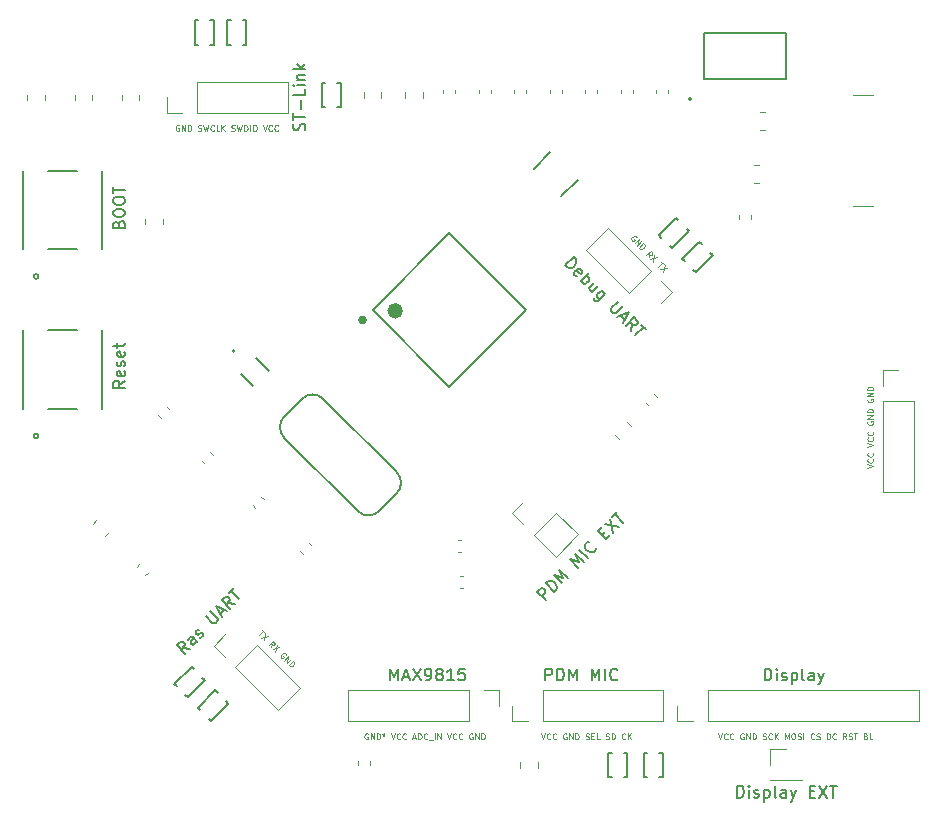
<source format=gbr>
%TF.GenerationSoftware,KiCad,Pcbnew,9.0.0*%
%TF.CreationDate,2025-03-24T18:02:28-05:00*%
%TF.ProjectId,Project 2.0,50726f6a-6563-4742-9032-2e302e6b6963,rev?*%
%TF.SameCoordinates,Original*%
%TF.FileFunction,Legend,Top*%
%TF.FilePolarity,Positive*%
%FSLAX46Y46*%
G04 Gerber Fmt 4.6, Leading zero omitted, Abs format (unit mm)*
G04 Created by KiCad (PCBNEW 9.0.0) date 2025-03-24 18:02:28*
%MOMM*%
%LPD*%
G01*
G04 APERTURE LIST*
%ADD10C,0.100000*%
%ADD11C,0.150000*%
%ADD12C,0.120000*%
%ADD13C,0.152400*%
%ADD14C,0.127000*%
G04 APERTURE END LIST*
D10*
X123946741Y-90457419D02*
X123899122Y-90433609D01*
X123899122Y-90433609D02*
X123827693Y-90433609D01*
X123827693Y-90433609D02*
X123756265Y-90457419D01*
X123756265Y-90457419D02*
X123708646Y-90505038D01*
X123708646Y-90505038D02*
X123684836Y-90552657D01*
X123684836Y-90552657D02*
X123661027Y-90647895D01*
X123661027Y-90647895D02*
X123661027Y-90719323D01*
X123661027Y-90719323D02*
X123684836Y-90814561D01*
X123684836Y-90814561D02*
X123708646Y-90862180D01*
X123708646Y-90862180D02*
X123756265Y-90909800D01*
X123756265Y-90909800D02*
X123827693Y-90933609D01*
X123827693Y-90933609D02*
X123875312Y-90933609D01*
X123875312Y-90933609D02*
X123946741Y-90909800D01*
X123946741Y-90909800D02*
X123970550Y-90885990D01*
X123970550Y-90885990D02*
X123970550Y-90719323D01*
X123970550Y-90719323D02*
X123875312Y-90719323D01*
X124184836Y-90933609D02*
X124184836Y-90433609D01*
X124184836Y-90433609D02*
X124470550Y-90933609D01*
X124470550Y-90933609D02*
X124470550Y-90433609D01*
X124708646Y-90933609D02*
X124708646Y-90433609D01*
X124708646Y-90433609D02*
X124827694Y-90433609D01*
X124827694Y-90433609D02*
X124899122Y-90457419D01*
X124899122Y-90457419D02*
X124946741Y-90505038D01*
X124946741Y-90505038D02*
X124970551Y-90552657D01*
X124970551Y-90552657D02*
X124994360Y-90647895D01*
X124994360Y-90647895D02*
X124994360Y-90719323D01*
X124994360Y-90719323D02*
X124970551Y-90814561D01*
X124970551Y-90814561D02*
X124946741Y-90862180D01*
X124946741Y-90862180D02*
X124899122Y-90909800D01*
X124899122Y-90909800D02*
X124827694Y-90933609D01*
X124827694Y-90933609D02*
X124708646Y-90933609D01*
X125565789Y-90909800D02*
X125637217Y-90933609D01*
X125637217Y-90933609D02*
X125756265Y-90933609D01*
X125756265Y-90933609D02*
X125803884Y-90909800D01*
X125803884Y-90909800D02*
X125827693Y-90885990D01*
X125827693Y-90885990D02*
X125851503Y-90838371D01*
X125851503Y-90838371D02*
X125851503Y-90790752D01*
X125851503Y-90790752D02*
X125827693Y-90743133D01*
X125827693Y-90743133D02*
X125803884Y-90719323D01*
X125803884Y-90719323D02*
X125756265Y-90695514D01*
X125756265Y-90695514D02*
X125661027Y-90671704D01*
X125661027Y-90671704D02*
X125613408Y-90647895D01*
X125613408Y-90647895D02*
X125589598Y-90624085D01*
X125589598Y-90624085D02*
X125565789Y-90576466D01*
X125565789Y-90576466D02*
X125565789Y-90528847D01*
X125565789Y-90528847D02*
X125589598Y-90481228D01*
X125589598Y-90481228D02*
X125613408Y-90457419D01*
X125613408Y-90457419D02*
X125661027Y-90433609D01*
X125661027Y-90433609D02*
X125780074Y-90433609D01*
X125780074Y-90433609D02*
X125851503Y-90457419D01*
X126018169Y-90433609D02*
X126137217Y-90933609D01*
X126137217Y-90933609D02*
X126232455Y-90576466D01*
X126232455Y-90576466D02*
X126327693Y-90933609D01*
X126327693Y-90933609D02*
X126446741Y-90433609D01*
X126922931Y-90885990D02*
X126899122Y-90909800D01*
X126899122Y-90909800D02*
X126827693Y-90933609D01*
X126827693Y-90933609D02*
X126780074Y-90933609D01*
X126780074Y-90933609D02*
X126708646Y-90909800D01*
X126708646Y-90909800D02*
X126661027Y-90862180D01*
X126661027Y-90862180D02*
X126637217Y-90814561D01*
X126637217Y-90814561D02*
X126613408Y-90719323D01*
X126613408Y-90719323D02*
X126613408Y-90647895D01*
X126613408Y-90647895D02*
X126637217Y-90552657D01*
X126637217Y-90552657D02*
X126661027Y-90505038D01*
X126661027Y-90505038D02*
X126708646Y-90457419D01*
X126708646Y-90457419D02*
X126780074Y-90433609D01*
X126780074Y-90433609D02*
X126827693Y-90433609D01*
X126827693Y-90433609D02*
X126899122Y-90457419D01*
X126899122Y-90457419D02*
X126922931Y-90481228D01*
X127375312Y-90933609D02*
X127137217Y-90933609D01*
X127137217Y-90933609D02*
X127137217Y-90433609D01*
X127541979Y-90933609D02*
X127541979Y-90433609D01*
X127827693Y-90933609D02*
X127613408Y-90647895D01*
X127827693Y-90433609D02*
X127541979Y-90719323D01*
X128399122Y-90909800D02*
X128470550Y-90933609D01*
X128470550Y-90933609D02*
X128589598Y-90933609D01*
X128589598Y-90933609D02*
X128637217Y-90909800D01*
X128637217Y-90909800D02*
X128661026Y-90885990D01*
X128661026Y-90885990D02*
X128684836Y-90838371D01*
X128684836Y-90838371D02*
X128684836Y-90790752D01*
X128684836Y-90790752D02*
X128661026Y-90743133D01*
X128661026Y-90743133D02*
X128637217Y-90719323D01*
X128637217Y-90719323D02*
X128589598Y-90695514D01*
X128589598Y-90695514D02*
X128494360Y-90671704D01*
X128494360Y-90671704D02*
X128446741Y-90647895D01*
X128446741Y-90647895D02*
X128422931Y-90624085D01*
X128422931Y-90624085D02*
X128399122Y-90576466D01*
X128399122Y-90576466D02*
X128399122Y-90528847D01*
X128399122Y-90528847D02*
X128422931Y-90481228D01*
X128422931Y-90481228D02*
X128446741Y-90457419D01*
X128446741Y-90457419D02*
X128494360Y-90433609D01*
X128494360Y-90433609D02*
X128613407Y-90433609D01*
X128613407Y-90433609D02*
X128684836Y-90457419D01*
X128851502Y-90433609D02*
X128970550Y-90933609D01*
X128970550Y-90933609D02*
X129065788Y-90576466D01*
X129065788Y-90576466D02*
X129161026Y-90933609D01*
X129161026Y-90933609D02*
X129280074Y-90433609D01*
X129470550Y-90933609D02*
X129470550Y-90433609D01*
X129470550Y-90433609D02*
X129589598Y-90433609D01*
X129589598Y-90433609D02*
X129661026Y-90457419D01*
X129661026Y-90457419D02*
X129708645Y-90505038D01*
X129708645Y-90505038D02*
X129732455Y-90552657D01*
X129732455Y-90552657D02*
X129756264Y-90647895D01*
X129756264Y-90647895D02*
X129756264Y-90719323D01*
X129756264Y-90719323D02*
X129732455Y-90814561D01*
X129732455Y-90814561D02*
X129708645Y-90862180D01*
X129708645Y-90862180D02*
X129661026Y-90909800D01*
X129661026Y-90909800D02*
X129589598Y-90933609D01*
X129589598Y-90933609D02*
X129470550Y-90933609D01*
X129970550Y-90933609D02*
X129970550Y-90433609D01*
X130303883Y-90433609D02*
X130399121Y-90433609D01*
X130399121Y-90433609D02*
X130446740Y-90457419D01*
X130446740Y-90457419D02*
X130494359Y-90505038D01*
X130494359Y-90505038D02*
X130518169Y-90600276D01*
X130518169Y-90600276D02*
X130518169Y-90766942D01*
X130518169Y-90766942D02*
X130494359Y-90862180D01*
X130494359Y-90862180D02*
X130446740Y-90909800D01*
X130446740Y-90909800D02*
X130399121Y-90933609D01*
X130399121Y-90933609D02*
X130303883Y-90933609D01*
X130303883Y-90933609D02*
X130256264Y-90909800D01*
X130256264Y-90909800D02*
X130208645Y-90862180D01*
X130208645Y-90862180D02*
X130184836Y-90766942D01*
X130184836Y-90766942D02*
X130184836Y-90600276D01*
X130184836Y-90600276D02*
X130208645Y-90505038D01*
X130208645Y-90505038D02*
X130256264Y-90457419D01*
X130256264Y-90457419D02*
X130303883Y-90433609D01*
X131041979Y-90433609D02*
X131208645Y-90933609D01*
X131208645Y-90933609D02*
X131375312Y-90433609D01*
X131827692Y-90885990D02*
X131803883Y-90909800D01*
X131803883Y-90909800D02*
X131732454Y-90933609D01*
X131732454Y-90933609D02*
X131684835Y-90933609D01*
X131684835Y-90933609D02*
X131613407Y-90909800D01*
X131613407Y-90909800D02*
X131565788Y-90862180D01*
X131565788Y-90862180D02*
X131541978Y-90814561D01*
X131541978Y-90814561D02*
X131518169Y-90719323D01*
X131518169Y-90719323D02*
X131518169Y-90647895D01*
X131518169Y-90647895D02*
X131541978Y-90552657D01*
X131541978Y-90552657D02*
X131565788Y-90505038D01*
X131565788Y-90505038D02*
X131613407Y-90457419D01*
X131613407Y-90457419D02*
X131684835Y-90433609D01*
X131684835Y-90433609D02*
X131732454Y-90433609D01*
X131732454Y-90433609D02*
X131803883Y-90457419D01*
X131803883Y-90457419D02*
X131827692Y-90481228D01*
X132327692Y-90885990D02*
X132303883Y-90909800D01*
X132303883Y-90909800D02*
X132232454Y-90933609D01*
X132232454Y-90933609D02*
X132184835Y-90933609D01*
X132184835Y-90933609D02*
X132113407Y-90909800D01*
X132113407Y-90909800D02*
X132065788Y-90862180D01*
X132065788Y-90862180D02*
X132041978Y-90814561D01*
X132041978Y-90814561D02*
X132018169Y-90719323D01*
X132018169Y-90719323D02*
X132018169Y-90647895D01*
X132018169Y-90647895D02*
X132041978Y-90552657D01*
X132041978Y-90552657D02*
X132065788Y-90505038D01*
X132065788Y-90505038D02*
X132113407Y-90457419D01*
X132113407Y-90457419D02*
X132184835Y-90433609D01*
X132184835Y-90433609D02*
X132232454Y-90433609D01*
X132232454Y-90433609D02*
X132303883Y-90457419D01*
X132303883Y-90457419D02*
X132327692Y-90481228D01*
X130980690Y-133179693D02*
X131182720Y-133381723D01*
X130728152Y-133634261D02*
X131081705Y-133280708D01*
X131266899Y-133465902D02*
X131149048Y-134055158D01*
X131502602Y-133701604D02*
X130913346Y-133819456D01*
X131755139Y-134661249D02*
X131805647Y-134375039D01*
X131553109Y-134459218D02*
X131906662Y-134105665D01*
X131906662Y-134105665D02*
X132041349Y-134240352D01*
X132041349Y-134240352D02*
X132058185Y-134290859D01*
X132058185Y-134290859D02*
X132058185Y-134324531D01*
X132058185Y-134324531D02*
X132041349Y-134375039D01*
X132041349Y-134375039D02*
X131990841Y-134425546D01*
X131990841Y-134425546D02*
X131940334Y-134442382D01*
X131940334Y-134442382D02*
X131906662Y-134442382D01*
X131906662Y-134442382D02*
X131856154Y-134425546D01*
X131856154Y-134425546D02*
X131721467Y-134290859D01*
X132226544Y-134425546D02*
X132108692Y-135014802D01*
X132462246Y-134661249D02*
X131872990Y-134779100D01*
X133034665Y-135267340D02*
X133017829Y-135216832D01*
X133017829Y-135216832D02*
X132967322Y-135166324D01*
X132967322Y-135166324D02*
X132899978Y-135132653D01*
X132899978Y-135132653D02*
X132832634Y-135132653D01*
X132832634Y-135132653D02*
X132782127Y-135149489D01*
X132782127Y-135149489D02*
X132697947Y-135199996D01*
X132697947Y-135199996D02*
X132647440Y-135250504D01*
X132647440Y-135250504D02*
X132596932Y-135334683D01*
X132596932Y-135334683D02*
X132580096Y-135385191D01*
X132580096Y-135385191D02*
X132580096Y-135452534D01*
X132580096Y-135452534D02*
X132613768Y-135519878D01*
X132613768Y-135519878D02*
X132647440Y-135553550D01*
X132647440Y-135553550D02*
X132714783Y-135587221D01*
X132714783Y-135587221D02*
X132748455Y-135587221D01*
X132748455Y-135587221D02*
X132866306Y-135469370D01*
X132866306Y-135469370D02*
X132798963Y-135402027D01*
X132866306Y-135772416D02*
X133219860Y-135418863D01*
X133219860Y-135418863D02*
X133068337Y-135974446D01*
X133068337Y-135974446D02*
X133421890Y-135620893D01*
X133236696Y-136142806D02*
X133590249Y-135789252D01*
X133590249Y-135789252D02*
X133674429Y-135873432D01*
X133674429Y-135873432D02*
X133708100Y-135940775D01*
X133708100Y-135940775D02*
X133708100Y-136008119D01*
X133708100Y-136008119D02*
X133691264Y-136058626D01*
X133691264Y-136058626D02*
X133640757Y-136142806D01*
X133640757Y-136142806D02*
X133590249Y-136193313D01*
X133590249Y-136193313D02*
X133506070Y-136243821D01*
X133506070Y-136243821D02*
X133455562Y-136260657D01*
X133455562Y-136260657D02*
X133388219Y-136260657D01*
X133388219Y-136260657D02*
X133320875Y-136226985D01*
X133320875Y-136226985D02*
X133236696Y-136142806D01*
X139946741Y-141957419D02*
X139899122Y-141933609D01*
X139899122Y-141933609D02*
X139827693Y-141933609D01*
X139827693Y-141933609D02*
X139756265Y-141957419D01*
X139756265Y-141957419D02*
X139708646Y-142005038D01*
X139708646Y-142005038D02*
X139684836Y-142052657D01*
X139684836Y-142052657D02*
X139661027Y-142147895D01*
X139661027Y-142147895D02*
X139661027Y-142219323D01*
X139661027Y-142219323D02*
X139684836Y-142314561D01*
X139684836Y-142314561D02*
X139708646Y-142362180D01*
X139708646Y-142362180D02*
X139756265Y-142409800D01*
X139756265Y-142409800D02*
X139827693Y-142433609D01*
X139827693Y-142433609D02*
X139875312Y-142433609D01*
X139875312Y-142433609D02*
X139946741Y-142409800D01*
X139946741Y-142409800D02*
X139970550Y-142385990D01*
X139970550Y-142385990D02*
X139970550Y-142219323D01*
X139970550Y-142219323D02*
X139875312Y-142219323D01*
X140184836Y-142433609D02*
X140184836Y-141933609D01*
X140184836Y-141933609D02*
X140470550Y-142433609D01*
X140470550Y-142433609D02*
X140470550Y-141933609D01*
X140708646Y-142433609D02*
X140708646Y-141933609D01*
X140708646Y-141933609D02*
X140827694Y-141933609D01*
X140827694Y-141933609D02*
X140899122Y-141957419D01*
X140899122Y-141957419D02*
X140946741Y-142005038D01*
X140946741Y-142005038D02*
X140970551Y-142052657D01*
X140970551Y-142052657D02*
X140994360Y-142147895D01*
X140994360Y-142147895D02*
X140994360Y-142219323D01*
X140994360Y-142219323D02*
X140970551Y-142314561D01*
X140970551Y-142314561D02*
X140946741Y-142362180D01*
X140946741Y-142362180D02*
X140899122Y-142409800D01*
X140899122Y-142409800D02*
X140827694Y-142433609D01*
X140827694Y-142433609D02*
X140708646Y-142433609D01*
X141280075Y-141933609D02*
X141280075Y-142052657D01*
X141161027Y-142005038D02*
X141280075Y-142052657D01*
X141280075Y-142052657D02*
X141399122Y-142005038D01*
X141208646Y-142147895D02*
X141280075Y-142052657D01*
X141280075Y-142052657D02*
X141351503Y-142147895D01*
X141899122Y-141933609D02*
X142065788Y-142433609D01*
X142065788Y-142433609D02*
X142232455Y-141933609D01*
X142684835Y-142385990D02*
X142661026Y-142409800D01*
X142661026Y-142409800D02*
X142589597Y-142433609D01*
X142589597Y-142433609D02*
X142541978Y-142433609D01*
X142541978Y-142433609D02*
X142470550Y-142409800D01*
X142470550Y-142409800D02*
X142422931Y-142362180D01*
X142422931Y-142362180D02*
X142399121Y-142314561D01*
X142399121Y-142314561D02*
X142375312Y-142219323D01*
X142375312Y-142219323D02*
X142375312Y-142147895D01*
X142375312Y-142147895D02*
X142399121Y-142052657D01*
X142399121Y-142052657D02*
X142422931Y-142005038D01*
X142422931Y-142005038D02*
X142470550Y-141957419D01*
X142470550Y-141957419D02*
X142541978Y-141933609D01*
X142541978Y-141933609D02*
X142589597Y-141933609D01*
X142589597Y-141933609D02*
X142661026Y-141957419D01*
X142661026Y-141957419D02*
X142684835Y-141981228D01*
X143184835Y-142385990D02*
X143161026Y-142409800D01*
X143161026Y-142409800D02*
X143089597Y-142433609D01*
X143089597Y-142433609D02*
X143041978Y-142433609D01*
X143041978Y-142433609D02*
X142970550Y-142409800D01*
X142970550Y-142409800D02*
X142922931Y-142362180D01*
X142922931Y-142362180D02*
X142899121Y-142314561D01*
X142899121Y-142314561D02*
X142875312Y-142219323D01*
X142875312Y-142219323D02*
X142875312Y-142147895D01*
X142875312Y-142147895D02*
X142899121Y-142052657D01*
X142899121Y-142052657D02*
X142922931Y-142005038D01*
X142922931Y-142005038D02*
X142970550Y-141957419D01*
X142970550Y-141957419D02*
X143041978Y-141933609D01*
X143041978Y-141933609D02*
X143089597Y-141933609D01*
X143089597Y-141933609D02*
X143161026Y-141957419D01*
X143161026Y-141957419D02*
X143184835Y-141981228D01*
X143756264Y-142290752D02*
X143994359Y-142290752D01*
X143708645Y-142433609D02*
X143875311Y-141933609D01*
X143875311Y-141933609D02*
X144041978Y-142433609D01*
X144208644Y-142433609D02*
X144208644Y-141933609D01*
X144208644Y-141933609D02*
X144327692Y-141933609D01*
X144327692Y-141933609D02*
X144399120Y-141957419D01*
X144399120Y-141957419D02*
X144446739Y-142005038D01*
X144446739Y-142005038D02*
X144470549Y-142052657D01*
X144470549Y-142052657D02*
X144494358Y-142147895D01*
X144494358Y-142147895D02*
X144494358Y-142219323D01*
X144494358Y-142219323D02*
X144470549Y-142314561D01*
X144470549Y-142314561D02*
X144446739Y-142362180D01*
X144446739Y-142362180D02*
X144399120Y-142409800D01*
X144399120Y-142409800D02*
X144327692Y-142433609D01*
X144327692Y-142433609D02*
X144208644Y-142433609D01*
X144994358Y-142385990D02*
X144970549Y-142409800D01*
X144970549Y-142409800D02*
X144899120Y-142433609D01*
X144899120Y-142433609D02*
X144851501Y-142433609D01*
X144851501Y-142433609D02*
X144780073Y-142409800D01*
X144780073Y-142409800D02*
X144732454Y-142362180D01*
X144732454Y-142362180D02*
X144708644Y-142314561D01*
X144708644Y-142314561D02*
X144684835Y-142219323D01*
X144684835Y-142219323D02*
X144684835Y-142147895D01*
X144684835Y-142147895D02*
X144708644Y-142052657D01*
X144708644Y-142052657D02*
X144732454Y-142005038D01*
X144732454Y-142005038D02*
X144780073Y-141957419D01*
X144780073Y-141957419D02*
X144851501Y-141933609D01*
X144851501Y-141933609D02*
X144899120Y-141933609D01*
X144899120Y-141933609D02*
X144970549Y-141957419D01*
X144970549Y-141957419D02*
X144994358Y-141981228D01*
X145089597Y-142481228D02*
X145470549Y-142481228D01*
X145589596Y-142433609D02*
X145589596Y-141933609D01*
X145827691Y-142433609D02*
X145827691Y-141933609D01*
X145827691Y-141933609D02*
X146113405Y-142433609D01*
X146113405Y-142433609D02*
X146113405Y-141933609D01*
X146661025Y-141933609D02*
X146827691Y-142433609D01*
X146827691Y-142433609D02*
X146994358Y-141933609D01*
X147446738Y-142385990D02*
X147422929Y-142409800D01*
X147422929Y-142409800D02*
X147351500Y-142433609D01*
X147351500Y-142433609D02*
X147303881Y-142433609D01*
X147303881Y-142433609D02*
X147232453Y-142409800D01*
X147232453Y-142409800D02*
X147184834Y-142362180D01*
X147184834Y-142362180D02*
X147161024Y-142314561D01*
X147161024Y-142314561D02*
X147137215Y-142219323D01*
X147137215Y-142219323D02*
X147137215Y-142147895D01*
X147137215Y-142147895D02*
X147161024Y-142052657D01*
X147161024Y-142052657D02*
X147184834Y-142005038D01*
X147184834Y-142005038D02*
X147232453Y-141957419D01*
X147232453Y-141957419D02*
X147303881Y-141933609D01*
X147303881Y-141933609D02*
X147351500Y-141933609D01*
X147351500Y-141933609D02*
X147422929Y-141957419D01*
X147422929Y-141957419D02*
X147446738Y-141981228D01*
X147946738Y-142385990D02*
X147922929Y-142409800D01*
X147922929Y-142409800D02*
X147851500Y-142433609D01*
X147851500Y-142433609D02*
X147803881Y-142433609D01*
X147803881Y-142433609D02*
X147732453Y-142409800D01*
X147732453Y-142409800D02*
X147684834Y-142362180D01*
X147684834Y-142362180D02*
X147661024Y-142314561D01*
X147661024Y-142314561D02*
X147637215Y-142219323D01*
X147637215Y-142219323D02*
X147637215Y-142147895D01*
X147637215Y-142147895D02*
X147661024Y-142052657D01*
X147661024Y-142052657D02*
X147684834Y-142005038D01*
X147684834Y-142005038D02*
X147732453Y-141957419D01*
X147732453Y-141957419D02*
X147803881Y-141933609D01*
X147803881Y-141933609D02*
X147851500Y-141933609D01*
X147851500Y-141933609D02*
X147922929Y-141957419D01*
X147922929Y-141957419D02*
X147946738Y-141981228D01*
X148803881Y-141957419D02*
X148756262Y-141933609D01*
X148756262Y-141933609D02*
X148684833Y-141933609D01*
X148684833Y-141933609D02*
X148613405Y-141957419D01*
X148613405Y-141957419D02*
X148565786Y-142005038D01*
X148565786Y-142005038D02*
X148541976Y-142052657D01*
X148541976Y-142052657D02*
X148518167Y-142147895D01*
X148518167Y-142147895D02*
X148518167Y-142219323D01*
X148518167Y-142219323D02*
X148541976Y-142314561D01*
X148541976Y-142314561D02*
X148565786Y-142362180D01*
X148565786Y-142362180D02*
X148613405Y-142409800D01*
X148613405Y-142409800D02*
X148684833Y-142433609D01*
X148684833Y-142433609D02*
X148732452Y-142433609D01*
X148732452Y-142433609D02*
X148803881Y-142409800D01*
X148803881Y-142409800D02*
X148827690Y-142385990D01*
X148827690Y-142385990D02*
X148827690Y-142219323D01*
X148827690Y-142219323D02*
X148732452Y-142219323D01*
X149041976Y-142433609D02*
X149041976Y-141933609D01*
X149041976Y-141933609D02*
X149327690Y-142433609D01*
X149327690Y-142433609D02*
X149327690Y-141933609D01*
X149565786Y-142433609D02*
X149565786Y-141933609D01*
X149565786Y-141933609D02*
X149684834Y-141933609D01*
X149684834Y-141933609D02*
X149756262Y-141957419D01*
X149756262Y-141957419D02*
X149803881Y-142005038D01*
X149803881Y-142005038D02*
X149827691Y-142052657D01*
X149827691Y-142052657D02*
X149851500Y-142147895D01*
X149851500Y-142147895D02*
X149851500Y-142219323D01*
X149851500Y-142219323D02*
X149827691Y-142314561D01*
X149827691Y-142314561D02*
X149803881Y-142362180D01*
X149803881Y-142362180D02*
X149756262Y-142409800D01*
X149756262Y-142409800D02*
X149684834Y-142433609D01*
X149684834Y-142433609D02*
X149565786Y-142433609D01*
X154613408Y-141933609D02*
X154780074Y-142433609D01*
X154780074Y-142433609D02*
X154946741Y-141933609D01*
X155399121Y-142385990D02*
X155375312Y-142409800D01*
X155375312Y-142409800D02*
X155303883Y-142433609D01*
X155303883Y-142433609D02*
X155256264Y-142433609D01*
X155256264Y-142433609D02*
X155184836Y-142409800D01*
X155184836Y-142409800D02*
X155137217Y-142362180D01*
X155137217Y-142362180D02*
X155113407Y-142314561D01*
X155113407Y-142314561D02*
X155089598Y-142219323D01*
X155089598Y-142219323D02*
X155089598Y-142147895D01*
X155089598Y-142147895D02*
X155113407Y-142052657D01*
X155113407Y-142052657D02*
X155137217Y-142005038D01*
X155137217Y-142005038D02*
X155184836Y-141957419D01*
X155184836Y-141957419D02*
X155256264Y-141933609D01*
X155256264Y-141933609D02*
X155303883Y-141933609D01*
X155303883Y-141933609D02*
X155375312Y-141957419D01*
X155375312Y-141957419D02*
X155399121Y-141981228D01*
X155899121Y-142385990D02*
X155875312Y-142409800D01*
X155875312Y-142409800D02*
X155803883Y-142433609D01*
X155803883Y-142433609D02*
X155756264Y-142433609D01*
X155756264Y-142433609D02*
X155684836Y-142409800D01*
X155684836Y-142409800D02*
X155637217Y-142362180D01*
X155637217Y-142362180D02*
X155613407Y-142314561D01*
X155613407Y-142314561D02*
X155589598Y-142219323D01*
X155589598Y-142219323D02*
X155589598Y-142147895D01*
X155589598Y-142147895D02*
X155613407Y-142052657D01*
X155613407Y-142052657D02*
X155637217Y-142005038D01*
X155637217Y-142005038D02*
X155684836Y-141957419D01*
X155684836Y-141957419D02*
X155756264Y-141933609D01*
X155756264Y-141933609D02*
X155803883Y-141933609D01*
X155803883Y-141933609D02*
X155875312Y-141957419D01*
X155875312Y-141957419D02*
X155899121Y-141981228D01*
X156756264Y-141957419D02*
X156708645Y-141933609D01*
X156708645Y-141933609D02*
X156637216Y-141933609D01*
X156637216Y-141933609D02*
X156565788Y-141957419D01*
X156565788Y-141957419D02*
X156518169Y-142005038D01*
X156518169Y-142005038D02*
X156494359Y-142052657D01*
X156494359Y-142052657D02*
X156470550Y-142147895D01*
X156470550Y-142147895D02*
X156470550Y-142219323D01*
X156470550Y-142219323D02*
X156494359Y-142314561D01*
X156494359Y-142314561D02*
X156518169Y-142362180D01*
X156518169Y-142362180D02*
X156565788Y-142409800D01*
X156565788Y-142409800D02*
X156637216Y-142433609D01*
X156637216Y-142433609D02*
X156684835Y-142433609D01*
X156684835Y-142433609D02*
X156756264Y-142409800D01*
X156756264Y-142409800D02*
X156780073Y-142385990D01*
X156780073Y-142385990D02*
X156780073Y-142219323D01*
X156780073Y-142219323D02*
X156684835Y-142219323D01*
X156994359Y-142433609D02*
X156994359Y-141933609D01*
X156994359Y-141933609D02*
X157280073Y-142433609D01*
X157280073Y-142433609D02*
X157280073Y-141933609D01*
X157518169Y-142433609D02*
X157518169Y-141933609D01*
X157518169Y-141933609D02*
X157637217Y-141933609D01*
X157637217Y-141933609D02*
X157708645Y-141957419D01*
X157708645Y-141957419D02*
X157756264Y-142005038D01*
X157756264Y-142005038D02*
X157780074Y-142052657D01*
X157780074Y-142052657D02*
X157803883Y-142147895D01*
X157803883Y-142147895D02*
X157803883Y-142219323D01*
X157803883Y-142219323D02*
X157780074Y-142314561D01*
X157780074Y-142314561D02*
X157756264Y-142362180D01*
X157756264Y-142362180D02*
X157708645Y-142409800D01*
X157708645Y-142409800D02*
X157637217Y-142433609D01*
X157637217Y-142433609D02*
X157518169Y-142433609D01*
X158375312Y-142409800D02*
X158446740Y-142433609D01*
X158446740Y-142433609D02*
X158565788Y-142433609D01*
X158565788Y-142433609D02*
X158613407Y-142409800D01*
X158613407Y-142409800D02*
X158637216Y-142385990D01*
X158637216Y-142385990D02*
X158661026Y-142338371D01*
X158661026Y-142338371D02*
X158661026Y-142290752D01*
X158661026Y-142290752D02*
X158637216Y-142243133D01*
X158637216Y-142243133D02*
X158613407Y-142219323D01*
X158613407Y-142219323D02*
X158565788Y-142195514D01*
X158565788Y-142195514D02*
X158470550Y-142171704D01*
X158470550Y-142171704D02*
X158422931Y-142147895D01*
X158422931Y-142147895D02*
X158399121Y-142124085D01*
X158399121Y-142124085D02*
X158375312Y-142076466D01*
X158375312Y-142076466D02*
X158375312Y-142028847D01*
X158375312Y-142028847D02*
X158399121Y-141981228D01*
X158399121Y-141981228D02*
X158422931Y-141957419D01*
X158422931Y-141957419D02*
X158470550Y-141933609D01*
X158470550Y-141933609D02*
X158589597Y-141933609D01*
X158589597Y-141933609D02*
X158661026Y-141957419D01*
X158875311Y-142171704D02*
X159041978Y-142171704D01*
X159113406Y-142433609D02*
X158875311Y-142433609D01*
X158875311Y-142433609D02*
X158875311Y-141933609D01*
X158875311Y-141933609D02*
X159113406Y-141933609D01*
X159565787Y-142433609D02*
X159327692Y-142433609D01*
X159327692Y-142433609D02*
X159327692Y-141933609D01*
X160089597Y-142409800D02*
X160161025Y-142433609D01*
X160161025Y-142433609D02*
X160280073Y-142433609D01*
X160280073Y-142433609D02*
X160327692Y-142409800D01*
X160327692Y-142409800D02*
X160351501Y-142385990D01*
X160351501Y-142385990D02*
X160375311Y-142338371D01*
X160375311Y-142338371D02*
X160375311Y-142290752D01*
X160375311Y-142290752D02*
X160351501Y-142243133D01*
X160351501Y-142243133D02*
X160327692Y-142219323D01*
X160327692Y-142219323D02*
X160280073Y-142195514D01*
X160280073Y-142195514D02*
X160184835Y-142171704D01*
X160184835Y-142171704D02*
X160137216Y-142147895D01*
X160137216Y-142147895D02*
X160113406Y-142124085D01*
X160113406Y-142124085D02*
X160089597Y-142076466D01*
X160089597Y-142076466D02*
X160089597Y-142028847D01*
X160089597Y-142028847D02*
X160113406Y-141981228D01*
X160113406Y-141981228D02*
X160137216Y-141957419D01*
X160137216Y-141957419D02*
X160184835Y-141933609D01*
X160184835Y-141933609D02*
X160303882Y-141933609D01*
X160303882Y-141933609D02*
X160375311Y-141957419D01*
X160589596Y-142433609D02*
X160589596Y-141933609D01*
X160589596Y-141933609D02*
X160708644Y-141933609D01*
X160708644Y-141933609D02*
X160780072Y-141957419D01*
X160780072Y-141957419D02*
X160827691Y-142005038D01*
X160827691Y-142005038D02*
X160851501Y-142052657D01*
X160851501Y-142052657D02*
X160875310Y-142147895D01*
X160875310Y-142147895D02*
X160875310Y-142219323D01*
X160875310Y-142219323D02*
X160851501Y-142314561D01*
X160851501Y-142314561D02*
X160827691Y-142362180D01*
X160827691Y-142362180D02*
X160780072Y-142409800D01*
X160780072Y-142409800D02*
X160708644Y-142433609D01*
X160708644Y-142433609D02*
X160589596Y-142433609D01*
X161756262Y-142385990D02*
X161732453Y-142409800D01*
X161732453Y-142409800D02*
X161661024Y-142433609D01*
X161661024Y-142433609D02*
X161613405Y-142433609D01*
X161613405Y-142433609D02*
X161541977Y-142409800D01*
X161541977Y-142409800D02*
X161494358Y-142362180D01*
X161494358Y-142362180D02*
X161470548Y-142314561D01*
X161470548Y-142314561D02*
X161446739Y-142219323D01*
X161446739Y-142219323D02*
X161446739Y-142147895D01*
X161446739Y-142147895D02*
X161470548Y-142052657D01*
X161470548Y-142052657D02*
X161494358Y-142005038D01*
X161494358Y-142005038D02*
X161541977Y-141957419D01*
X161541977Y-141957419D02*
X161613405Y-141933609D01*
X161613405Y-141933609D02*
X161661024Y-141933609D01*
X161661024Y-141933609D02*
X161732453Y-141957419D01*
X161732453Y-141957419D02*
X161756262Y-141981228D01*
X161970548Y-142433609D02*
X161970548Y-141933609D01*
X162256262Y-142433609D02*
X162041977Y-142147895D01*
X162256262Y-141933609D02*
X161970548Y-142219323D01*
X169613408Y-141933609D02*
X169780074Y-142433609D01*
X169780074Y-142433609D02*
X169946741Y-141933609D01*
X170399121Y-142385990D02*
X170375312Y-142409800D01*
X170375312Y-142409800D02*
X170303883Y-142433609D01*
X170303883Y-142433609D02*
X170256264Y-142433609D01*
X170256264Y-142433609D02*
X170184836Y-142409800D01*
X170184836Y-142409800D02*
X170137217Y-142362180D01*
X170137217Y-142362180D02*
X170113407Y-142314561D01*
X170113407Y-142314561D02*
X170089598Y-142219323D01*
X170089598Y-142219323D02*
X170089598Y-142147895D01*
X170089598Y-142147895D02*
X170113407Y-142052657D01*
X170113407Y-142052657D02*
X170137217Y-142005038D01*
X170137217Y-142005038D02*
X170184836Y-141957419D01*
X170184836Y-141957419D02*
X170256264Y-141933609D01*
X170256264Y-141933609D02*
X170303883Y-141933609D01*
X170303883Y-141933609D02*
X170375312Y-141957419D01*
X170375312Y-141957419D02*
X170399121Y-141981228D01*
X170899121Y-142385990D02*
X170875312Y-142409800D01*
X170875312Y-142409800D02*
X170803883Y-142433609D01*
X170803883Y-142433609D02*
X170756264Y-142433609D01*
X170756264Y-142433609D02*
X170684836Y-142409800D01*
X170684836Y-142409800D02*
X170637217Y-142362180D01*
X170637217Y-142362180D02*
X170613407Y-142314561D01*
X170613407Y-142314561D02*
X170589598Y-142219323D01*
X170589598Y-142219323D02*
X170589598Y-142147895D01*
X170589598Y-142147895D02*
X170613407Y-142052657D01*
X170613407Y-142052657D02*
X170637217Y-142005038D01*
X170637217Y-142005038D02*
X170684836Y-141957419D01*
X170684836Y-141957419D02*
X170756264Y-141933609D01*
X170756264Y-141933609D02*
X170803883Y-141933609D01*
X170803883Y-141933609D02*
X170875312Y-141957419D01*
X170875312Y-141957419D02*
X170899121Y-141981228D01*
X171756264Y-141957419D02*
X171708645Y-141933609D01*
X171708645Y-141933609D02*
X171637216Y-141933609D01*
X171637216Y-141933609D02*
X171565788Y-141957419D01*
X171565788Y-141957419D02*
X171518169Y-142005038D01*
X171518169Y-142005038D02*
X171494359Y-142052657D01*
X171494359Y-142052657D02*
X171470550Y-142147895D01*
X171470550Y-142147895D02*
X171470550Y-142219323D01*
X171470550Y-142219323D02*
X171494359Y-142314561D01*
X171494359Y-142314561D02*
X171518169Y-142362180D01*
X171518169Y-142362180D02*
X171565788Y-142409800D01*
X171565788Y-142409800D02*
X171637216Y-142433609D01*
X171637216Y-142433609D02*
X171684835Y-142433609D01*
X171684835Y-142433609D02*
X171756264Y-142409800D01*
X171756264Y-142409800D02*
X171780073Y-142385990D01*
X171780073Y-142385990D02*
X171780073Y-142219323D01*
X171780073Y-142219323D02*
X171684835Y-142219323D01*
X171994359Y-142433609D02*
X171994359Y-141933609D01*
X171994359Y-141933609D02*
X172280073Y-142433609D01*
X172280073Y-142433609D02*
X172280073Y-141933609D01*
X172518169Y-142433609D02*
X172518169Y-141933609D01*
X172518169Y-141933609D02*
X172637217Y-141933609D01*
X172637217Y-141933609D02*
X172708645Y-141957419D01*
X172708645Y-141957419D02*
X172756264Y-142005038D01*
X172756264Y-142005038D02*
X172780074Y-142052657D01*
X172780074Y-142052657D02*
X172803883Y-142147895D01*
X172803883Y-142147895D02*
X172803883Y-142219323D01*
X172803883Y-142219323D02*
X172780074Y-142314561D01*
X172780074Y-142314561D02*
X172756264Y-142362180D01*
X172756264Y-142362180D02*
X172708645Y-142409800D01*
X172708645Y-142409800D02*
X172637217Y-142433609D01*
X172637217Y-142433609D02*
X172518169Y-142433609D01*
X173375312Y-142409800D02*
X173446740Y-142433609D01*
X173446740Y-142433609D02*
X173565788Y-142433609D01*
X173565788Y-142433609D02*
X173613407Y-142409800D01*
X173613407Y-142409800D02*
X173637216Y-142385990D01*
X173637216Y-142385990D02*
X173661026Y-142338371D01*
X173661026Y-142338371D02*
X173661026Y-142290752D01*
X173661026Y-142290752D02*
X173637216Y-142243133D01*
X173637216Y-142243133D02*
X173613407Y-142219323D01*
X173613407Y-142219323D02*
X173565788Y-142195514D01*
X173565788Y-142195514D02*
X173470550Y-142171704D01*
X173470550Y-142171704D02*
X173422931Y-142147895D01*
X173422931Y-142147895D02*
X173399121Y-142124085D01*
X173399121Y-142124085D02*
X173375312Y-142076466D01*
X173375312Y-142076466D02*
X173375312Y-142028847D01*
X173375312Y-142028847D02*
X173399121Y-141981228D01*
X173399121Y-141981228D02*
X173422931Y-141957419D01*
X173422931Y-141957419D02*
X173470550Y-141933609D01*
X173470550Y-141933609D02*
X173589597Y-141933609D01*
X173589597Y-141933609D02*
X173661026Y-141957419D01*
X174161025Y-142385990D02*
X174137216Y-142409800D01*
X174137216Y-142409800D02*
X174065787Y-142433609D01*
X174065787Y-142433609D02*
X174018168Y-142433609D01*
X174018168Y-142433609D02*
X173946740Y-142409800D01*
X173946740Y-142409800D02*
X173899121Y-142362180D01*
X173899121Y-142362180D02*
X173875311Y-142314561D01*
X173875311Y-142314561D02*
X173851502Y-142219323D01*
X173851502Y-142219323D02*
X173851502Y-142147895D01*
X173851502Y-142147895D02*
X173875311Y-142052657D01*
X173875311Y-142052657D02*
X173899121Y-142005038D01*
X173899121Y-142005038D02*
X173946740Y-141957419D01*
X173946740Y-141957419D02*
X174018168Y-141933609D01*
X174018168Y-141933609D02*
X174065787Y-141933609D01*
X174065787Y-141933609D02*
X174137216Y-141957419D01*
X174137216Y-141957419D02*
X174161025Y-141981228D01*
X174375311Y-142433609D02*
X174375311Y-141933609D01*
X174661025Y-142433609D02*
X174446740Y-142147895D01*
X174661025Y-141933609D02*
X174375311Y-142219323D01*
X175256263Y-142433609D02*
X175256263Y-141933609D01*
X175256263Y-141933609D02*
X175422930Y-142290752D01*
X175422930Y-142290752D02*
X175589596Y-141933609D01*
X175589596Y-141933609D02*
X175589596Y-142433609D01*
X175922930Y-141933609D02*
X176018168Y-141933609D01*
X176018168Y-141933609D02*
X176065787Y-141957419D01*
X176065787Y-141957419D02*
X176113406Y-142005038D01*
X176113406Y-142005038D02*
X176137216Y-142100276D01*
X176137216Y-142100276D02*
X176137216Y-142266942D01*
X176137216Y-142266942D02*
X176113406Y-142362180D01*
X176113406Y-142362180D02*
X176065787Y-142409800D01*
X176065787Y-142409800D02*
X176018168Y-142433609D01*
X176018168Y-142433609D02*
X175922930Y-142433609D01*
X175922930Y-142433609D02*
X175875311Y-142409800D01*
X175875311Y-142409800D02*
X175827692Y-142362180D01*
X175827692Y-142362180D02*
X175803883Y-142266942D01*
X175803883Y-142266942D02*
X175803883Y-142100276D01*
X175803883Y-142100276D02*
X175827692Y-142005038D01*
X175827692Y-142005038D02*
X175875311Y-141957419D01*
X175875311Y-141957419D02*
X175922930Y-141933609D01*
X176327693Y-142409800D02*
X176399121Y-142433609D01*
X176399121Y-142433609D02*
X176518169Y-142433609D01*
X176518169Y-142433609D02*
X176565788Y-142409800D01*
X176565788Y-142409800D02*
X176589597Y-142385990D01*
X176589597Y-142385990D02*
X176613407Y-142338371D01*
X176613407Y-142338371D02*
X176613407Y-142290752D01*
X176613407Y-142290752D02*
X176589597Y-142243133D01*
X176589597Y-142243133D02*
X176565788Y-142219323D01*
X176565788Y-142219323D02*
X176518169Y-142195514D01*
X176518169Y-142195514D02*
X176422931Y-142171704D01*
X176422931Y-142171704D02*
X176375312Y-142147895D01*
X176375312Y-142147895D02*
X176351502Y-142124085D01*
X176351502Y-142124085D02*
X176327693Y-142076466D01*
X176327693Y-142076466D02*
X176327693Y-142028847D01*
X176327693Y-142028847D02*
X176351502Y-141981228D01*
X176351502Y-141981228D02*
X176375312Y-141957419D01*
X176375312Y-141957419D02*
X176422931Y-141933609D01*
X176422931Y-141933609D02*
X176541978Y-141933609D01*
X176541978Y-141933609D02*
X176613407Y-141957419D01*
X176827692Y-142433609D02*
X176827692Y-141933609D01*
X177732453Y-142385990D02*
X177708644Y-142409800D01*
X177708644Y-142409800D02*
X177637215Y-142433609D01*
X177637215Y-142433609D02*
X177589596Y-142433609D01*
X177589596Y-142433609D02*
X177518168Y-142409800D01*
X177518168Y-142409800D02*
X177470549Y-142362180D01*
X177470549Y-142362180D02*
X177446739Y-142314561D01*
X177446739Y-142314561D02*
X177422930Y-142219323D01*
X177422930Y-142219323D02*
X177422930Y-142147895D01*
X177422930Y-142147895D02*
X177446739Y-142052657D01*
X177446739Y-142052657D02*
X177470549Y-142005038D01*
X177470549Y-142005038D02*
X177518168Y-141957419D01*
X177518168Y-141957419D02*
X177589596Y-141933609D01*
X177589596Y-141933609D02*
X177637215Y-141933609D01*
X177637215Y-141933609D02*
X177708644Y-141957419D01*
X177708644Y-141957419D02*
X177732453Y-141981228D01*
X177922930Y-142409800D02*
X177994358Y-142433609D01*
X177994358Y-142433609D02*
X178113406Y-142433609D01*
X178113406Y-142433609D02*
X178161025Y-142409800D01*
X178161025Y-142409800D02*
X178184834Y-142385990D01*
X178184834Y-142385990D02*
X178208644Y-142338371D01*
X178208644Y-142338371D02*
X178208644Y-142290752D01*
X178208644Y-142290752D02*
X178184834Y-142243133D01*
X178184834Y-142243133D02*
X178161025Y-142219323D01*
X178161025Y-142219323D02*
X178113406Y-142195514D01*
X178113406Y-142195514D02*
X178018168Y-142171704D01*
X178018168Y-142171704D02*
X177970549Y-142147895D01*
X177970549Y-142147895D02*
X177946739Y-142124085D01*
X177946739Y-142124085D02*
X177922930Y-142076466D01*
X177922930Y-142076466D02*
X177922930Y-142028847D01*
X177922930Y-142028847D02*
X177946739Y-141981228D01*
X177946739Y-141981228D02*
X177970549Y-141957419D01*
X177970549Y-141957419D02*
X178018168Y-141933609D01*
X178018168Y-141933609D02*
X178137215Y-141933609D01*
X178137215Y-141933609D02*
X178208644Y-141957419D01*
X178803881Y-142433609D02*
X178803881Y-141933609D01*
X178803881Y-141933609D02*
X178922929Y-141933609D01*
X178922929Y-141933609D02*
X178994357Y-141957419D01*
X178994357Y-141957419D02*
X179041976Y-142005038D01*
X179041976Y-142005038D02*
X179065786Y-142052657D01*
X179065786Y-142052657D02*
X179089595Y-142147895D01*
X179089595Y-142147895D02*
X179089595Y-142219323D01*
X179089595Y-142219323D02*
X179065786Y-142314561D01*
X179065786Y-142314561D02*
X179041976Y-142362180D01*
X179041976Y-142362180D02*
X178994357Y-142409800D01*
X178994357Y-142409800D02*
X178922929Y-142433609D01*
X178922929Y-142433609D02*
X178803881Y-142433609D01*
X179589595Y-142385990D02*
X179565786Y-142409800D01*
X179565786Y-142409800D02*
X179494357Y-142433609D01*
X179494357Y-142433609D02*
X179446738Y-142433609D01*
X179446738Y-142433609D02*
X179375310Y-142409800D01*
X179375310Y-142409800D02*
X179327691Y-142362180D01*
X179327691Y-142362180D02*
X179303881Y-142314561D01*
X179303881Y-142314561D02*
X179280072Y-142219323D01*
X179280072Y-142219323D02*
X179280072Y-142147895D01*
X179280072Y-142147895D02*
X179303881Y-142052657D01*
X179303881Y-142052657D02*
X179327691Y-142005038D01*
X179327691Y-142005038D02*
X179375310Y-141957419D01*
X179375310Y-141957419D02*
X179446738Y-141933609D01*
X179446738Y-141933609D02*
X179494357Y-141933609D01*
X179494357Y-141933609D02*
X179565786Y-141957419D01*
X179565786Y-141957419D02*
X179589595Y-141981228D01*
X180470547Y-142433609D02*
X180303881Y-142195514D01*
X180184833Y-142433609D02*
X180184833Y-141933609D01*
X180184833Y-141933609D02*
X180375309Y-141933609D01*
X180375309Y-141933609D02*
X180422928Y-141957419D01*
X180422928Y-141957419D02*
X180446738Y-141981228D01*
X180446738Y-141981228D02*
X180470547Y-142028847D01*
X180470547Y-142028847D02*
X180470547Y-142100276D01*
X180470547Y-142100276D02*
X180446738Y-142147895D01*
X180446738Y-142147895D02*
X180422928Y-142171704D01*
X180422928Y-142171704D02*
X180375309Y-142195514D01*
X180375309Y-142195514D02*
X180184833Y-142195514D01*
X180661024Y-142409800D02*
X180732452Y-142433609D01*
X180732452Y-142433609D02*
X180851500Y-142433609D01*
X180851500Y-142433609D02*
X180899119Y-142409800D01*
X180899119Y-142409800D02*
X180922928Y-142385990D01*
X180922928Y-142385990D02*
X180946738Y-142338371D01*
X180946738Y-142338371D02*
X180946738Y-142290752D01*
X180946738Y-142290752D02*
X180922928Y-142243133D01*
X180922928Y-142243133D02*
X180899119Y-142219323D01*
X180899119Y-142219323D02*
X180851500Y-142195514D01*
X180851500Y-142195514D02*
X180756262Y-142171704D01*
X180756262Y-142171704D02*
X180708643Y-142147895D01*
X180708643Y-142147895D02*
X180684833Y-142124085D01*
X180684833Y-142124085D02*
X180661024Y-142076466D01*
X180661024Y-142076466D02*
X180661024Y-142028847D01*
X180661024Y-142028847D02*
X180684833Y-141981228D01*
X180684833Y-141981228D02*
X180708643Y-141957419D01*
X180708643Y-141957419D02*
X180756262Y-141933609D01*
X180756262Y-141933609D02*
X180875309Y-141933609D01*
X180875309Y-141933609D02*
X180946738Y-141957419D01*
X181089595Y-141933609D02*
X181375309Y-141933609D01*
X181232452Y-142433609D02*
X181232452Y-141933609D01*
X182089594Y-142171704D02*
X182161022Y-142195514D01*
X182161022Y-142195514D02*
X182184832Y-142219323D01*
X182184832Y-142219323D02*
X182208641Y-142266942D01*
X182208641Y-142266942D02*
X182208641Y-142338371D01*
X182208641Y-142338371D02*
X182184832Y-142385990D01*
X182184832Y-142385990D02*
X182161022Y-142409800D01*
X182161022Y-142409800D02*
X182113403Y-142433609D01*
X182113403Y-142433609D02*
X181922927Y-142433609D01*
X181922927Y-142433609D02*
X181922927Y-141933609D01*
X181922927Y-141933609D02*
X182089594Y-141933609D01*
X182089594Y-141933609D02*
X182137213Y-141957419D01*
X182137213Y-141957419D02*
X182161022Y-141981228D01*
X182161022Y-141981228D02*
X182184832Y-142028847D01*
X182184832Y-142028847D02*
X182184832Y-142076466D01*
X182184832Y-142076466D02*
X182161022Y-142124085D01*
X182161022Y-142124085D02*
X182137213Y-142147895D01*
X182137213Y-142147895D02*
X182089594Y-142171704D01*
X182089594Y-142171704D02*
X181922927Y-142171704D01*
X182661022Y-142433609D02*
X182422927Y-142433609D01*
X182422927Y-142433609D02*
X182422927Y-141933609D01*
X162699556Y-99932231D02*
X162682720Y-99881723D01*
X162682720Y-99881723D02*
X162632213Y-99831215D01*
X162632213Y-99831215D02*
X162564869Y-99797544D01*
X162564869Y-99797544D02*
X162497526Y-99797544D01*
X162497526Y-99797544D02*
X162447018Y-99814380D01*
X162447018Y-99814380D02*
X162362839Y-99864887D01*
X162362839Y-99864887D02*
X162312331Y-99915395D01*
X162312331Y-99915395D02*
X162261823Y-99999574D01*
X162261823Y-99999574D02*
X162244987Y-100050082D01*
X162244987Y-100050082D02*
X162244987Y-100117425D01*
X162244987Y-100117425D02*
X162278659Y-100184769D01*
X162278659Y-100184769D02*
X162312331Y-100218441D01*
X162312331Y-100218441D02*
X162379674Y-100252112D01*
X162379674Y-100252112D02*
X162413346Y-100252112D01*
X162413346Y-100252112D02*
X162531197Y-100134261D01*
X162531197Y-100134261D02*
X162463854Y-100066918D01*
X162531197Y-100437307D02*
X162884751Y-100083754D01*
X162884751Y-100083754D02*
X162733228Y-100639337D01*
X162733228Y-100639337D02*
X163086781Y-100285784D01*
X162901587Y-100807697D02*
X163255140Y-100454143D01*
X163255140Y-100454143D02*
X163339320Y-100538323D01*
X163339320Y-100538323D02*
X163372991Y-100605666D01*
X163372991Y-100605666D02*
X163372991Y-100673010D01*
X163372991Y-100673010D02*
X163356156Y-100723517D01*
X163356156Y-100723517D02*
X163305648Y-100807697D01*
X163305648Y-100807697D02*
X163255140Y-100858204D01*
X163255140Y-100858204D02*
X163170961Y-100908712D01*
X163170961Y-100908712D02*
X163120453Y-100925548D01*
X163120453Y-100925548D02*
X163053110Y-100925548D01*
X163053110Y-100925548D02*
X162985766Y-100891876D01*
X162985766Y-100891876D02*
X162901587Y-100807697D01*
X163726545Y-101632654D02*
X163777052Y-101346444D01*
X163524514Y-101430624D02*
X163878067Y-101077070D01*
X163878067Y-101077070D02*
X164012754Y-101211757D01*
X164012754Y-101211757D02*
X164029590Y-101262265D01*
X164029590Y-101262265D02*
X164029590Y-101295937D01*
X164029590Y-101295937D02*
X164012754Y-101346444D01*
X164012754Y-101346444D02*
X163962247Y-101396952D01*
X163962247Y-101396952D02*
X163911739Y-101413788D01*
X163911739Y-101413788D02*
X163878067Y-101413788D01*
X163878067Y-101413788D02*
X163827560Y-101396952D01*
X163827560Y-101396952D02*
X163692873Y-101262265D01*
X164197949Y-101396952D02*
X164080098Y-101986208D01*
X164433651Y-101632654D02*
X163844396Y-101750505D01*
X164787204Y-101986207D02*
X164989235Y-102188237D01*
X164534666Y-102440776D02*
X164888219Y-102087222D01*
X165073414Y-102272417D02*
X164955563Y-102861672D01*
X165309116Y-102508119D02*
X164719860Y-102625970D01*
D11*
X119369819Y-112091792D02*
X118893628Y-112425125D01*
X119369819Y-112663220D02*
X118369819Y-112663220D01*
X118369819Y-112663220D02*
X118369819Y-112282268D01*
X118369819Y-112282268D02*
X118417438Y-112187030D01*
X118417438Y-112187030D02*
X118465057Y-112139411D01*
X118465057Y-112139411D02*
X118560295Y-112091792D01*
X118560295Y-112091792D02*
X118703152Y-112091792D01*
X118703152Y-112091792D02*
X118798390Y-112139411D01*
X118798390Y-112139411D02*
X118846009Y-112187030D01*
X118846009Y-112187030D02*
X118893628Y-112282268D01*
X118893628Y-112282268D02*
X118893628Y-112663220D01*
X119322200Y-111282268D02*
X119369819Y-111377506D01*
X119369819Y-111377506D02*
X119369819Y-111567982D01*
X119369819Y-111567982D02*
X119322200Y-111663220D01*
X119322200Y-111663220D02*
X119226961Y-111710839D01*
X119226961Y-111710839D02*
X118846009Y-111710839D01*
X118846009Y-111710839D02*
X118750771Y-111663220D01*
X118750771Y-111663220D02*
X118703152Y-111567982D01*
X118703152Y-111567982D02*
X118703152Y-111377506D01*
X118703152Y-111377506D02*
X118750771Y-111282268D01*
X118750771Y-111282268D02*
X118846009Y-111234649D01*
X118846009Y-111234649D02*
X118941247Y-111234649D01*
X118941247Y-111234649D02*
X119036485Y-111710839D01*
X119322200Y-110853696D02*
X119369819Y-110758458D01*
X119369819Y-110758458D02*
X119369819Y-110567982D01*
X119369819Y-110567982D02*
X119322200Y-110472744D01*
X119322200Y-110472744D02*
X119226961Y-110425125D01*
X119226961Y-110425125D02*
X119179342Y-110425125D01*
X119179342Y-110425125D02*
X119084104Y-110472744D01*
X119084104Y-110472744D02*
X119036485Y-110567982D01*
X119036485Y-110567982D02*
X119036485Y-110710839D01*
X119036485Y-110710839D02*
X118988866Y-110806077D01*
X118988866Y-110806077D02*
X118893628Y-110853696D01*
X118893628Y-110853696D02*
X118846009Y-110853696D01*
X118846009Y-110853696D02*
X118750771Y-110806077D01*
X118750771Y-110806077D02*
X118703152Y-110710839D01*
X118703152Y-110710839D02*
X118703152Y-110567982D01*
X118703152Y-110567982D02*
X118750771Y-110472744D01*
X119322200Y-109615601D02*
X119369819Y-109710839D01*
X119369819Y-109710839D02*
X119369819Y-109901315D01*
X119369819Y-109901315D02*
X119322200Y-109996553D01*
X119322200Y-109996553D02*
X119226961Y-110044172D01*
X119226961Y-110044172D02*
X118846009Y-110044172D01*
X118846009Y-110044172D02*
X118750771Y-109996553D01*
X118750771Y-109996553D02*
X118703152Y-109901315D01*
X118703152Y-109901315D02*
X118703152Y-109710839D01*
X118703152Y-109710839D02*
X118750771Y-109615601D01*
X118750771Y-109615601D02*
X118846009Y-109567982D01*
X118846009Y-109567982D02*
X118941247Y-109567982D01*
X118941247Y-109567982D02*
X119036485Y-110044172D01*
X118703152Y-109282267D02*
X118703152Y-108901315D01*
X118369819Y-109139410D02*
X119226961Y-109139410D01*
X119226961Y-109139410D02*
X119322200Y-109091791D01*
X119322200Y-109091791D02*
X119369819Y-108996553D01*
X119369819Y-108996553D02*
X119369819Y-108901315D01*
X118846009Y-98829887D02*
X118893628Y-98687030D01*
X118893628Y-98687030D02*
X118941247Y-98639411D01*
X118941247Y-98639411D02*
X119036485Y-98591792D01*
X119036485Y-98591792D02*
X119179342Y-98591792D01*
X119179342Y-98591792D02*
X119274580Y-98639411D01*
X119274580Y-98639411D02*
X119322200Y-98687030D01*
X119322200Y-98687030D02*
X119369819Y-98782268D01*
X119369819Y-98782268D02*
X119369819Y-99163220D01*
X119369819Y-99163220D02*
X118369819Y-99163220D01*
X118369819Y-99163220D02*
X118369819Y-98829887D01*
X118369819Y-98829887D02*
X118417438Y-98734649D01*
X118417438Y-98734649D02*
X118465057Y-98687030D01*
X118465057Y-98687030D02*
X118560295Y-98639411D01*
X118560295Y-98639411D02*
X118655533Y-98639411D01*
X118655533Y-98639411D02*
X118750771Y-98687030D01*
X118750771Y-98687030D02*
X118798390Y-98734649D01*
X118798390Y-98734649D02*
X118846009Y-98829887D01*
X118846009Y-98829887D02*
X118846009Y-99163220D01*
X118369819Y-97972744D02*
X118369819Y-97782268D01*
X118369819Y-97782268D02*
X118417438Y-97687030D01*
X118417438Y-97687030D02*
X118512676Y-97591792D01*
X118512676Y-97591792D02*
X118703152Y-97544173D01*
X118703152Y-97544173D02*
X119036485Y-97544173D01*
X119036485Y-97544173D02*
X119226961Y-97591792D01*
X119226961Y-97591792D02*
X119322200Y-97687030D01*
X119322200Y-97687030D02*
X119369819Y-97782268D01*
X119369819Y-97782268D02*
X119369819Y-97972744D01*
X119369819Y-97972744D02*
X119322200Y-98067982D01*
X119322200Y-98067982D02*
X119226961Y-98163220D01*
X119226961Y-98163220D02*
X119036485Y-98210839D01*
X119036485Y-98210839D02*
X118703152Y-98210839D01*
X118703152Y-98210839D02*
X118512676Y-98163220D01*
X118512676Y-98163220D02*
X118417438Y-98067982D01*
X118417438Y-98067982D02*
X118369819Y-97972744D01*
X118369819Y-96925125D02*
X118369819Y-96734649D01*
X118369819Y-96734649D02*
X118417438Y-96639411D01*
X118417438Y-96639411D02*
X118512676Y-96544173D01*
X118512676Y-96544173D02*
X118703152Y-96496554D01*
X118703152Y-96496554D02*
X119036485Y-96496554D01*
X119036485Y-96496554D02*
X119226961Y-96544173D01*
X119226961Y-96544173D02*
X119322200Y-96639411D01*
X119322200Y-96639411D02*
X119369819Y-96734649D01*
X119369819Y-96734649D02*
X119369819Y-96925125D01*
X119369819Y-96925125D02*
X119322200Y-97020363D01*
X119322200Y-97020363D02*
X119226961Y-97115601D01*
X119226961Y-97115601D02*
X119036485Y-97163220D01*
X119036485Y-97163220D02*
X118703152Y-97163220D01*
X118703152Y-97163220D02*
X118512676Y-97115601D01*
X118512676Y-97115601D02*
X118417438Y-97020363D01*
X118417438Y-97020363D02*
X118369819Y-96925125D01*
X118369819Y-96210839D02*
X118369819Y-95639411D01*
X119369819Y-95925125D02*
X118369819Y-95925125D01*
X171210517Y-147370427D02*
X171210517Y-146370427D01*
X171210517Y-146370427D02*
X171448612Y-146370427D01*
X171448612Y-146370427D02*
X171591469Y-146418046D01*
X171591469Y-146418046D02*
X171686707Y-146513284D01*
X171686707Y-146513284D02*
X171734326Y-146608522D01*
X171734326Y-146608522D02*
X171781945Y-146798998D01*
X171781945Y-146798998D02*
X171781945Y-146941855D01*
X171781945Y-146941855D02*
X171734326Y-147132331D01*
X171734326Y-147132331D02*
X171686707Y-147227569D01*
X171686707Y-147227569D02*
X171591469Y-147322808D01*
X171591469Y-147322808D02*
X171448612Y-147370427D01*
X171448612Y-147370427D02*
X171210517Y-147370427D01*
X172210517Y-147370427D02*
X172210517Y-146703760D01*
X172210517Y-146370427D02*
X172162898Y-146418046D01*
X172162898Y-146418046D02*
X172210517Y-146465665D01*
X172210517Y-146465665D02*
X172258136Y-146418046D01*
X172258136Y-146418046D02*
X172210517Y-146370427D01*
X172210517Y-146370427D02*
X172210517Y-146465665D01*
X172639088Y-147322808D02*
X172734326Y-147370427D01*
X172734326Y-147370427D02*
X172924802Y-147370427D01*
X172924802Y-147370427D02*
X173020040Y-147322808D01*
X173020040Y-147322808D02*
X173067659Y-147227569D01*
X173067659Y-147227569D02*
X173067659Y-147179950D01*
X173067659Y-147179950D02*
X173020040Y-147084712D01*
X173020040Y-147084712D02*
X172924802Y-147037093D01*
X172924802Y-147037093D02*
X172781945Y-147037093D01*
X172781945Y-147037093D02*
X172686707Y-146989474D01*
X172686707Y-146989474D02*
X172639088Y-146894236D01*
X172639088Y-146894236D02*
X172639088Y-146846617D01*
X172639088Y-146846617D02*
X172686707Y-146751379D01*
X172686707Y-146751379D02*
X172781945Y-146703760D01*
X172781945Y-146703760D02*
X172924802Y-146703760D01*
X172924802Y-146703760D02*
X173020040Y-146751379D01*
X173496231Y-146703760D02*
X173496231Y-147703760D01*
X173496231Y-146751379D02*
X173591469Y-146703760D01*
X173591469Y-146703760D02*
X173781945Y-146703760D01*
X173781945Y-146703760D02*
X173877183Y-146751379D01*
X173877183Y-146751379D02*
X173924802Y-146798998D01*
X173924802Y-146798998D02*
X173972421Y-146894236D01*
X173972421Y-146894236D02*
X173972421Y-147179950D01*
X173972421Y-147179950D02*
X173924802Y-147275188D01*
X173924802Y-147275188D02*
X173877183Y-147322808D01*
X173877183Y-147322808D02*
X173781945Y-147370427D01*
X173781945Y-147370427D02*
X173591469Y-147370427D01*
X173591469Y-147370427D02*
X173496231Y-147322808D01*
X174543850Y-147370427D02*
X174448612Y-147322808D01*
X174448612Y-147322808D02*
X174400993Y-147227569D01*
X174400993Y-147227569D02*
X174400993Y-146370427D01*
X175353374Y-147370427D02*
X175353374Y-146846617D01*
X175353374Y-146846617D02*
X175305755Y-146751379D01*
X175305755Y-146751379D02*
X175210517Y-146703760D01*
X175210517Y-146703760D02*
X175020041Y-146703760D01*
X175020041Y-146703760D02*
X174924803Y-146751379D01*
X175353374Y-147322808D02*
X175258136Y-147370427D01*
X175258136Y-147370427D02*
X175020041Y-147370427D01*
X175020041Y-147370427D02*
X174924803Y-147322808D01*
X174924803Y-147322808D02*
X174877184Y-147227569D01*
X174877184Y-147227569D02*
X174877184Y-147132331D01*
X174877184Y-147132331D02*
X174924803Y-147037093D01*
X174924803Y-147037093D02*
X175020041Y-146989474D01*
X175020041Y-146989474D02*
X175258136Y-146989474D01*
X175258136Y-146989474D02*
X175353374Y-146941855D01*
X175734327Y-146703760D02*
X175972422Y-147370427D01*
X176210517Y-146703760D02*
X175972422Y-147370427D01*
X175972422Y-147370427D02*
X175877184Y-147608522D01*
X175877184Y-147608522D02*
X175829565Y-147656141D01*
X175829565Y-147656141D02*
X175734327Y-147703760D01*
X177353375Y-146846617D02*
X177686708Y-146846617D01*
X177829565Y-147370427D02*
X177353375Y-147370427D01*
X177353375Y-147370427D02*
X177353375Y-146370427D01*
X177353375Y-146370427D02*
X177829565Y-146370427D01*
X178162899Y-146370427D02*
X178829565Y-147370427D01*
X178829565Y-146370427D02*
X178162899Y-147370427D01*
X179067661Y-146370427D02*
X179639089Y-146370427D01*
X179353375Y-147370427D02*
X179353375Y-146370427D01*
D10*
X182226109Y-119476189D02*
X182726109Y-119309523D01*
X182726109Y-119309523D02*
X182226109Y-119142856D01*
X182678490Y-118690476D02*
X182702300Y-118714285D01*
X182702300Y-118714285D02*
X182726109Y-118785714D01*
X182726109Y-118785714D02*
X182726109Y-118833333D01*
X182726109Y-118833333D02*
X182702300Y-118904761D01*
X182702300Y-118904761D02*
X182654680Y-118952380D01*
X182654680Y-118952380D02*
X182607061Y-118976190D01*
X182607061Y-118976190D02*
X182511823Y-118999999D01*
X182511823Y-118999999D02*
X182440395Y-118999999D01*
X182440395Y-118999999D02*
X182345157Y-118976190D01*
X182345157Y-118976190D02*
X182297538Y-118952380D01*
X182297538Y-118952380D02*
X182249919Y-118904761D01*
X182249919Y-118904761D02*
X182226109Y-118833333D01*
X182226109Y-118833333D02*
X182226109Y-118785714D01*
X182226109Y-118785714D02*
X182249919Y-118714285D01*
X182249919Y-118714285D02*
X182273728Y-118690476D01*
X182678490Y-118190476D02*
X182702300Y-118214285D01*
X182702300Y-118214285D02*
X182726109Y-118285714D01*
X182726109Y-118285714D02*
X182726109Y-118333333D01*
X182726109Y-118333333D02*
X182702300Y-118404761D01*
X182702300Y-118404761D02*
X182654680Y-118452380D01*
X182654680Y-118452380D02*
X182607061Y-118476190D01*
X182607061Y-118476190D02*
X182511823Y-118499999D01*
X182511823Y-118499999D02*
X182440395Y-118499999D01*
X182440395Y-118499999D02*
X182345157Y-118476190D01*
X182345157Y-118476190D02*
X182297538Y-118452380D01*
X182297538Y-118452380D02*
X182249919Y-118404761D01*
X182249919Y-118404761D02*
X182226109Y-118333333D01*
X182226109Y-118333333D02*
X182226109Y-118285714D01*
X182226109Y-118285714D02*
X182249919Y-118214285D01*
X182249919Y-118214285D02*
X182273728Y-118190476D01*
X182226109Y-117666666D02*
X182726109Y-117500000D01*
X182726109Y-117500000D02*
X182226109Y-117333333D01*
X182678490Y-116880953D02*
X182702300Y-116904762D01*
X182702300Y-116904762D02*
X182726109Y-116976191D01*
X182726109Y-116976191D02*
X182726109Y-117023810D01*
X182726109Y-117023810D02*
X182702300Y-117095238D01*
X182702300Y-117095238D02*
X182654680Y-117142857D01*
X182654680Y-117142857D02*
X182607061Y-117166667D01*
X182607061Y-117166667D02*
X182511823Y-117190476D01*
X182511823Y-117190476D02*
X182440395Y-117190476D01*
X182440395Y-117190476D02*
X182345157Y-117166667D01*
X182345157Y-117166667D02*
X182297538Y-117142857D01*
X182297538Y-117142857D02*
X182249919Y-117095238D01*
X182249919Y-117095238D02*
X182226109Y-117023810D01*
X182226109Y-117023810D02*
X182226109Y-116976191D01*
X182226109Y-116976191D02*
X182249919Y-116904762D01*
X182249919Y-116904762D02*
X182273728Y-116880953D01*
X182678490Y-116380953D02*
X182702300Y-116404762D01*
X182702300Y-116404762D02*
X182726109Y-116476191D01*
X182726109Y-116476191D02*
X182726109Y-116523810D01*
X182726109Y-116523810D02*
X182702300Y-116595238D01*
X182702300Y-116595238D02*
X182654680Y-116642857D01*
X182654680Y-116642857D02*
X182607061Y-116666667D01*
X182607061Y-116666667D02*
X182511823Y-116690476D01*
X182511823Y-116690476D02*
X182440395Y-116690476D01*
X182440395Y-116690476D02*
X182345157Y-116666667D01*
X182345157Y-116666667D02*
X182297538Y-116642857D01*
X182297538Y-116642857D02*
X182249919Y-116595238D01*
X182249919Y-116595238D02*
X182226109Y-116523810D01*
X182226109Y-116523810D02*
X182226109Y-116476191D01*
X182226109Y-116476191D02*
X182249919Y-116404762D01*
X182249919Y-116404762D02*
X182273728Y-116380953D01*
X182249919Y-115523810D02*
X182226109Y-115571429D01*
X182226109Y-115571429D02*
X182226109Y-115642858D01*
X182226109Y-115642858D02*
X182249919Y-115714286D01*
X182249919Y-115714286D02*
X182297538Y-115761905D01*
X182297538Y-115761905D02*
X182345157Y-115785715D01*
X182345157Y-115785715D02*
X182440395Y-115809524D01*
X182440395Y-115809524D02*
X182511823Y-115809524D01*
X182511823Y-115809524D02*
X182607061Y-115785715D01*
X182607061Y-115785715D02*
X182654680Y-115761905D01*
X182654680Y-115761905D02*
X182702300Y-115714286D01*
X182702300Y-115714286D02*
X182726109Y-115642858D01*
X182726109Y-115642858D02*
X182726109Y-115595239D01*
X182726109Y-115595239D02*
X182702300Y-115523810D01*
X182702300Y-115523810D02*
X182678490Y-115500001D01*
X182678490Y-115500001D02*
X182511823Y-115500001D01*
X182511823Y-115500001D02*
X182511823Y-115595239D01*
X182726109Y-115285715D02*
X182226109Y-115285715D01*
X182226109Y-115285715D02*
X182726109Y-115000001D01*
X182726109Y-115000001D02*
X182226109Y-115000001D01*
X182726109Y-114761905D02*
X182226109Y-114761905D01*
X182226109Y-114761905D02*
X182226109Y-114642857D01*
X182226109Y-114642857D02*
X182249919Y-114571429D01*
X182249919Y-114571429D02*
X182297538Y-114523810D01*
X182297538Y-114523810D02*
X182345157Y-114500000D01*
X182345157Y-114500000D02*
X182440395Y-114476191D01*
X182440395Y-114476191D02*
X182511823Y-114476191D01*
X182511823Y-114476191D02*
X182607061Y-114500000D01*
X182607061Y-114500000D02*
X182654680Y-114523810D01*
X182654680Y-114523810D02*
X182702300Y-114571429D01*
X182702300Y-114571429D02*
X182726109Y-114642857D01*
X182726109Y-114642857D02*
X182726109Y-114761905D01*
X182249919Y-113619048D02*
X182226109Y-113666667D01*
X182226109Y-113666667D02*
X182226109Y-113738096D01*
X182226109Y-113738096D02*
X182249919Y-113809524D01*
X182249919Y-113809524D02*
X182297538Y-113857143D01*
X182297538Y-113857143D02*
X182345157Y-113880953D01*
X182345157Y-113880953D02*
X182440395Y-113904762D01*
X182440395Y-113904762D02*
X182511823Y-113904762D01*
X182511823Y-113904762D02*
X182607061Y-113880953D01*
X182607061Y-113880953D02*
X182654680Y-113857143D01*
X182654680Y-113857143D02*
X182702300Y-113809524D01*
X182702300Y-113809524D02*
X182726109Y-113738096D01*
X182726109Y-113738096D02*
X182726109Y-113690477D01*
X182726109Y-113690477D02*
X182702300Y-113619048D01*
X182702300Y-113619048D02*
X182678490Y-113595239D01*
X182678490Y-113595239D02*
X182511823Y-113595239D01*
X182511823Y-113595239D02*
X182511823Y-113690477D01*
X182726109Y-113380953D02*
X182226109Y-113380953D01*
X182226109Y-113380953D02*
X182726109Y-113095239D01*
X182726109Y-113095239D02*
X182226109Y-113095239D01*
X182726109Y-112857143D02*
X182226109Y-112857143D01*
X182226109Y-112857143D02*
X182226109Y-112738095D01*
X182226109Y-112738095D02*
X182249919Y-112666667D01*
X182249919Y-112666667D02*
X182297538Y-112619048D01*
X182297538Y-112619048D02*
X182345157Y-112595238D01*
X182345157Y-112595238D02*
X182440395Y-112571429D01*
X182440395Y-112571429D02*
X182511823Y-112571429D01*
X182511823Y-112571429D02*
X182607061Y-112595238D01*
X182607061Y-112595238D02*
X182654680Y-112619048D01*
X182654680Y-112619048D02*
X182702300Y-112666667D01*
X182702300Y-112666667D02*
X182726109Y-112738095D01*
X182726109Y-112738095D02*
X182726109Y-112857143D01*
D11*
X154976191Y-137454819D02*
X154976191Y-136454819D01*
X154976191Y-136454819D02*
X155357143Y-136454819D01*
X155357143Y-136454819D02*
X155452381Y-136502438D01*
X155452381Y-136502438D02*
X155500000Y-136550057D01*
X155500000Y-136550057D02*
X155547619Y-136645295D01*
X155547619Y-136645295D02*
X155547619Y-136788152D01*
X155547619Y-136788152D02*
X155500000Y-136883390D01*
X155500000Y-136883390D02*
X155452381Y-136931009D01*
X155452381Y-136931009D02*
X155357143Y-136978628D01*
X155357143Y-136978628D02*
X154976191Y-136978628D01*
X155976191Y-137454819D02*
X155976191Y-136454819D01*
X155976191Y-136454819D02*
X156214286Y-136454819D01*
X156214286Y-136454819D02*
X156357143Y-136502438D01*
X156357143Y-136502438D02*
X156452381Y-136597676D01*
X156452381Y-136597676D02*
X156500000Y-136692914D01*
X156500000Y-136692914D02*
X156547619Y-136883390D01*
X156547619Y-136883390D02*
X156547619Y-137026247D01*
X156547619Y-137026247D02*
X156500000Y-137216723D01*
X156500000Y-137216723D02*
X156452381Y-137311961D01*
X156452381Y-137311961D02*
X156357143Y-137407200D01*
X156357143Y-137407200D02*
X156214286Y-137454819D01*
X156214286Y-137454819D02*
X155976191Y-137454819D01*
X156976191Y-137454819D02*
X156976191Y-136454819D01*
X156976191Y-136454819D02*
X157309524Y-137169104D01*
X157309524Y-137169104D02*
X157642857Y-136454819D01*
X157642857Y-136454819D02*
X157642857Y-137454819D01*
X158880953Y-137454819D02*
X158880953Y-136454819D01*
X158880953Y-136454819D02*
X159214286Y-137169104D01*
X159214286Y-137169104D02*
X159547619Y-136454819D01*
X159547619Y-136454819D02*
X159547619Y-137454819D01*
X160023810Y-137454819D02*
X160023810Y-136454819D01*
X161071428Y-137359580D02*
X161023809Y-137407200D01*
X161023809Y-137407200D02*
X160880952Y-137454819D01*
X160880952Y-137454819D02*
X160785714Y-137454819D01*
X160785714Y-137454819D02*
X160642857Y-137407200D01*
X160642857Y-137407200D02*
X160547619Y-137311961D01*
X160547619Y-137311961D02*
X160500000Y-137216723D01*
X160500000Y-137216723D02*
X160452381Y-137026247D01*
X160452381Y-137026247D02*
X160452381Y-136883390D01*
X160452381Y-136883390D02*
X160500000Y-136692914D01*
X160500000Y-136692914D02*
X160547619Y-136597676D01*
X160547619Y-136597676D02*
X160642857Y-136502438D01*
X160642857Y-136502438D02*
X160785714Y-136454819D01*
X160785714Y-136454819D02*
X160880952Y-136454819D01*
X160880952Y-136454819D02*
X161023809Y-136502438D01*
X161023809Y-136502438D02*
X161071428Y-136550057D01*
X173547619Y-137454819D02*
X173547619Y-136454819D01*
X173547619Y-136454819D02*
X173785714Y-136454819D01*
X173785714Y-136454819D02*
X173928571Y-136502438D01*
X173928571Y-136502438D02*
X174023809Y-136597676D01*
X174023809Y-136597676D02*
X174071428Y-136692914D01*
X174071428Y-136692914D02*
X174119047Y-136883390D01*
X174119047Y-136883390D02*
X174119047Y-137026247D01*
X174119047Y-137026247D02*
X174071428Y-137216723D01*
X174071428Y-137216723D02*
X174023809Y-137311961D01*
X174023809Y-137311961D02*
X173928571Y-137407200D01*
X173928571Y-137407200D02*
X173785714Y-137454819D01*
X173785714Y-137454819D02*
X173547619Y-137454819D01*
X174547619Y-137454819D02*
X174547619Y-136788152D01*
X174547619Y-136454819D02*
X174500000Y-136502438D01*
X174500000Y-136502438D02*
X174547619Y-136550057D01*
X174547619Y-136550057D02*
X174595238Y-136502438D01*
X174595238Y-136502438D02*
X174547619Y-136454819D01*
X174547619Y-136454819D02*
X174547619Y-136550057D01*
X174976190Y-137407200D02*
X175071428Y-137454819D01*
X175071428Y-137454819D02*
X175261904Y-137454819D01*
X175261904Y-137454819D02*
X175357142Y-137407200D01*
X175357142Y-137407200D02*
X175404761Y-137311961D01*
X175404761Y-137311961D02*
X175404761Y-137264342D01*
X175404761Y-137264342D02*
X175357142Y-137169104D01*
X175357142Y-137169104D02*
X175261904Y-137121485D01*
X175261904Y-137121485D02*
X175119047Y-137121485D01*
X175119047Y-137121485D02*
X175023809Y-137073866D01*
X175023809Y-137073866D02*
X174976190Y-136978628D01*
X174976190Y-136978628D02*
X174976190Y-136931009D01*
X174976190Y-136931009D02*
X175023809Y-136835771D01*
X175023809Y-136835771D02*
X175119047Y-136788152D01*
X175119047Y-136788152D02*
X175261904Y-136788152D01*
X175261904Y-136788152D02*
X175357142Y-136835771D01*
X175833333Y-136788152D02*
X175833333Y-137788152D01*
X175833333Y-136835771D02*
X175928571Y-136788152D01*
X175928571Y-136788152D02*
X176119047Y-136788152D01*
X176119047Y-136788152D02*
X176214285Y-136835771D01*
X176214285Y-136835771D02*
X176261904Y-136883390D01*
X176261904Y-136883390D02*
X176309523Y-136978628D01*
X176309523Y-136978628D02*
X176309523Y-137264342D01*
X176309523Y-137264342D02*
X176261904Y-137359580D01*
X176261904Y-137359580D02*
X176214285Y-137407200D01*
X176214285Y-137407200D02*
X176119047Y-137454819D01*
X176119047Y-137454819D02*
X175928571Y-137454819D01*
X175928571Y-137454819D02*
X175833333Y-137407200D01*
X176880952Y-137454819D02*
X176785714Y-137407200D01*
X176785714Y-137407200D02*
X176738095Y-137311961D01*
X176738095Y-137311961D02*
X176738095Y-136454819D01*
X177690476Y-137454819D02*
X177690476Y-136931009D01*
X177690476Y-136931009D02*
X177642857Y-136835771D01*
X177642857Y-136835771D02*
X177547619Y-136788152D01*
X177547619Y-136788152D02*
X177357143Y-136788152D01*
X177357143Y-136788152D02*
X177261905Y-136835771D01*
X177690476Y-137407200D02*
X177595238Y-137454819D01*
X177595238Y-137454819D02*
X177357143Y-137454819D01*
X177357143Y-137454819D02*
X177261905Y-137407200D01*
X177261905Y-137407200D02*
X177214286Y-137311961D01*
X177214286Y-137311961D02*
X177214286Y-137216723D01*
X177214286Y-137216723D02*
X177261905Y-137121485D01*
X177261905Y-137121485D02*
X177357143Y-137073866D01*
X177357143Y-137073866D02*
X177595238Y-137073866D01*
X177595238Y-137073866D02*
X177690476Y-137026247D01*
X178071429Y-136788152D02*
X178309524Y-137454819D01*
X178547619Y-136788152D02*
X178309524Y-137454819D01*
X178309524Y-137454819D02*
X178214286Y-137692914D01*
X178214286Y-137692914D02*
X178166667Y-137740533D01*
X178166667Y-137740533D02*
X178071429Y-137788152D01*
X124868643Y-134774567D02*
X124296223Y-134673552D01*
X124464582Y-135178628D02*
X123757475Y-134471521D01*
X123757475Y-134471521D02*
X124026849Y-134202147D01*
X124026849Y-134202147D02*
X124127865Y-134168475D01*
X124127865Y-134168475D02*
X124195208Y-134168475D01*
X124195208Y-134168475D02*
X124296223Y-134202147D01*
X124296223Y-134202147D02*
X124397239Y-134303163D01*
X124397239Y-134303163D02*
X124430910Y-134404178D01*
X124430910Y-134404178D02*
X124430910Y-134471521D01*
X124430910Y-134471521D02*
X124397239Y-134572537D01*
X124397239Y-134572537D02*
X124127865Y-134841911D01*
X125474735Y-134168475D02*
X125104346Y-133798086D01*
X125104346Y-133798086D02*
X125003330Y-133764414D01*
X125003330Y-133764414D02*
X124902315Y-133798086D01*
X124902315Y-133798086D02*
X124767628Y-133932773D01*
X124767628Y-133932773D02*
X124733956Y-134033788D01*
X125441063Y-134134804D02*
X125407391Y-134235819D01*
X125407391Y-134235819D02*
X125239033Y-134404178D01*
X125239033Y-134404178D02*
X125138017Y-134437850D01*
X125138017Y-134437850D02*
X125037002Y-134404178D01*
X125037002Y-134404178D02*
X124969658Y-134336834D01*
X124969658Y-134336834D02*
X124935987Y-134235819D01*
X124935987Y-134235819D02*
X124969658Y-134134804D01*
X124969658Y-134134804D02*
X125138017Y-133966445D01*
X125138017Y-133966445D02*
X125171689Y-133865430D01*
X125744109Y-133831758D02*
X125845124Y-133798086D01*
X125845124Y-133798086D02*
X125979811Y-133663399D01*
X125979811Y-133663399D02*
X126013483Y-133562384D01*
X126013483Y-133562384D02*
X125979811Y-133461369D01*
X125979811Y-133461369D02*
X125946139Y-133427697D01*
X125946139Y-133427697D02*
X125845124Y-133394025D01*
X125845124Y-133394025D02*
X125744109Y-133427697D01*
X125744109Y-133427697D02*
X125643094Y-133528712D01*
X125643094Y-133528712D02*
X125542078Y-133562384D01*
X125542078Y-133562384D02*
X125441063Y-133528712D01*
X125441063Y-133528712D02*
X125407391Y-133495040D01*
X125407391Y-133495040D02*
X125373720Y-133394025D01*
X125373720Y-133394025D02*
X125407391Y-133293010D01*
X125407391Y-133293010D02*
X125508407Y-133191995D01*
X125508407Y-133191995D02*
X125609422Y-133158323D01*
X126215514Y-132013483D02*
X126787933Y-132585903D01*
X126787933Y-132585903D02*
X126888949Y-132619575D01*
X126888949Y-132619575D02*
X126956292Y-132619575D01*
X126956292Y-132619575D02*
X127057307Y-132585903D01*
X127057307Y-132585903D02*
X127191994Y-132451216D01*
X127191994Y-132451216D02*
X127225666Y-132350201D01*
X127225666Y-132350201D02*
X127225666Y-132282857D01*
X127225666Y-132282857D02*
X127191994Y-132181842D01*
X127191994Y-132181842D02*
X126619575Y-131609422D01*
X127427697Y-131811453D02*
X127764414Y-131474735D01*
X127562384Y-132080827D02*
X127090979Y-131138018D01*
X127090979Y-131138018D02*
X128033788Y-131609422D01*
X128673552Y-130969659D02*
X128101132Y-130868643D01*
X128269491Y-131373720D02*
X127562384Y-130666613D01*
X127562384Y-130666613D02*
X127831758Y-130397239D01*
X127831758Y-130397239D02*
X127932773Y-130363567D01*
X127932773Y-130363567D02*
X128000117Y-130363567D01*
X128000117Y-130363567D02*
X128101132Y-130397239D01*
X128101132Y-130397239D02*
X128202147Y-130498254D01*
X128202147Y-130498254D02*
X128235819Y-130599269D01*
X128235819Y-130599269D02*
X128235819Y-130666613D01*
X128235819Y-130666613D02*
X128202147Y-130767628D01*
X128202147Y-130767628D02*
X127932773Y-131037002D01*
X128168475Y-130060521D02*
X128572536Y-129656460D01*
X129077613Y-130565598D02*
X128370506Y-129858491D01*
X141857143Y-137454819D02*
X141857143Y-136454819D01*
X141857143Y-136454819D02*
X142190476Y-137169104D01*
X142190476Y-137169104D02*
X142523809Y-136454819D01*
X142523809Y-136454819D02*
X142523809Y-137454819D01*
X142952381Y-137169104D02*
X143428571Y-137169104D01*
X142857143Y-137454819D02*
X143190476Y-136454819D01*
X143190476Y-136454819D02*
X143523809Y-137454819D01*
X143761905Y-136454819D02*
X144428571Y-137454819D01*
X144428571Y-136454819D02*
X143761905Y-137454819D01*
X144857143Y-137454819D02*
X145047619Y-137454819D01*
X145047619Y-137454819D02*
X145142857Y-137407200D01*
X145142857Y-137407200D02*
X145190476Y-137359580D01*
X145190476Y-137359580D02*
X145285714Y-137216723D01*
X145285714Y-137216723D02*
X145333333Y-137026247D01*
X145333333Y-137026247D02*
X145333333Y-136645295D01*
X145333333Y-136645295D02*
X145285714Y-136550057D01*
X145285714Y-136550057D02*
X145238095Y-136502438D01*
X145238095Y-136502438D02*
X145142857Y-136454819D01*
X145142857Y-136454819D02*
X144952381Y-136454819D01*
X144952381Y-136454819D02*
X144857143Y-136502438D01*
X144857143Y-136502438D02*
X144809524Y-136550057D01*
X144809524Y-136550057D02*
X144761905Y-136645295D01*
X144761905Y-136645295D02*
X144761905Y-136883390D01*
X144761905Y-136883390D02*
X144809524Y-136978628D01*
X144809524Y-136978628D02*
X144857143Y-137026247D01*
X144857143Y-137026247D02*
X144952381Y-137073866D01*
X144952381Y-137073866D02*
X145142857Y-137073866D01*
X145142857Y-137073866D02*
X145238095Y-137026247D01*
X145238095Y-137026247D02*
X145285714Y-136978628D01*
X145285714Y-136978628D02*
X145333333Y-136883390D01*
X145904762Y-136883390D02*
X145809524Y-136835771D01*
X145809524Y-136835771D02*
X145761905Y-136788152D01*
X145761905Y-136788152D02*
X145714286Y-136692914D01*
X145714286Y-136692914D02*
X145714286Y-136645295D01*
X145714286Y-136645295D02*
X145761905Y-136550057D01*
X145761905Y-136550057D02*
X145809524Y-136502438D01*
X145809524Y-136502438D02*
X145904762Y-136454819D01*
X145904762Y-136454819D02*
X146095238Y-136454819D01*
X146095238Y-136454819D02*
X146190476Y-136502438D01*
X146190476Y-136502438D02*
X146238095Y-136550057D01*
X146238095Y-136550057D02*
X146285714Y-136645295D01*
X146285714Y-136645295D02*
X146285714Y-136692914D01*
X146285714Y-136692914D02*
X146238095Y-136788152D01*
X146238095Y-136788152D02*
X146190476Y-136835771D01*
X146190476Y-136835771D02*
X146095238Y-136883390D01*
X146095238Y-136883390D02*
X145904762Y-136883390D01*
X145904762Y-136883390D02*
X145809524Y-136931009D01*
X145809524Y-136931009D02*
X145761905Y-136978628D01*
X145761905Y-136978628D02*
X145714286Y-137073866D01*
X145714286Y-137073866D02*
X145714286Y-137264342D01*
X145714286Y-137264342D02*
X145761905Y-137359580D01*
X145761905Y-137359580D02*
X145809524Y-137407200D01*
X145809524Y-137407200D02*
X145904762Y-137454819D01*
X145904762Y-137454819D02*
X146095238Y-137454819D01*
X146095238Y-137454819D02*
X146190476Y-137407200D01*
X146190476Y-137407200D02*
X146238095Y-137359580D01*
X146238095Y-137359580D02*
X146285714Y-137264342D01*
X146285714Y-137264342D02*
X146285714Y-137073866D01*
X146285714Y-137073866D02*
X146238095Y-136978628D01*
X146238095Y-136978628D02*
X146190476Y-136931009D01*
X146190476Y-136931009D02*
X146095238Y-136883390D01*
X147238095Y-137454819D02*
X146666667Y-137454819D01*
X146952381Y-137454819D02*
X146952381Y-136454819D01*
X146952381Y-136454819D02*
X146857143Y-136597676D01*
X146857143Y-136597676D02*
X146761905Y-136692914D01*
X146761905Y-136692914D02*
X146666667Y-136740533D01*
X148142857Y-136454819D02*
X147666667Y-136454819D01*
X147666667Y-136454819D02*
X147619048Y-136931009D01*
X147619048Y-136931009D02*
X147666667Y-136883390D01*
X147666667Y-136883390D02*
X147761905Y-136835771D01*
X147761905Y-136835771D02*
X148000000Y-136835771D01*
X148000000Y-136835771D02*
X148095238Y-136883390D01*
X148095238Y-136883390D02*
X148142857Y-136931009D01*
X148142857Y-136931009D02*
X148190476Y-137026247D01*
X148190476Y-137026247D02*
X148190476Y-137264342D01*
X148190476Y-137264342D02*
X148142857Y-137359580D01*
X148142857Y-137359580D02*
X148095238Y-137407200D01*
X148095238Y-137407200D02*
X148000000Y-137454819D01*
X148000000Y-137454819D02*
X147761905Y-137454819D01*
X147761905Y-137454819D02*
X147666667Y-137407200D01*
X147666667Y-137407200D02*
X147619048Y-137359580D01*
X134590575Y-90871321D02*
X134638194Y-90728464D01*
X134638194Y-90728464D02*
X134638194Y-90490369D01*
X134638194Y-90490369D02*
X134590575Y-90395131D01*
X134590575Y-90395131D02*
X134542955Y-90347512D01*
X134542955Y-90347512D02*
X134447717Y-90299893D01*
X134447717Y-90299893D02*
X134352479Y-90299893D01*
X134352479Y-90299893D02*
X134257241Y-90347512D01*
X134257241Y-90347512D02*
X134209622Y-90395131D01*
X134209622Y-90395131D02*
X134162003Y-90490369D01*
X134162003Y-90490369D02*
X134114384Y-90680845D01*
X134114384Y-90680845D02*
X134066765Y-90776083D01*
X134066765Y-90776083D02*
X134019146Y-90823702D01*
X134019146Y-90823702D02*
X133923908Y-90871321D01*
X133923908Y-90871321D02*
X133828670Y-90871321D01*
X133828670Y-90871321D02*
X133733432Y-90823702D01*
X133733432Y-90823702D02*
X133685813Y-90776083D01*
X133685813Y-90776083D02*
X133638194Y-90680845D01*
X133638194Y-90680845D02*
X133638194Y-90442750D01*
X133638194Y-90442750D02*
X133685813Y-90299893D01*
X133638194Y-90014178D02*
X133638194Y-89442750D01*
X134638194Y-89728464D02*
X133638194Y-89728464D01*
X134257241Y-89109416D02*
X134257241Y-88347512D01*
X134638194Y-87395131D02*
X134638194Y-87871321D01*
X134638194Y-87871321D02*
X133638194Y-87871321D01*
X134638194Y-87061797D02*
X133971527Y-87061797D01*
X133638194Y-87061797D02*
X133685813Y-87109416D01*
X133685813Y-87109416D02*
X133733432Y-87061797D01*
X133733432Y-87061797D02*
X133685813Y-87014178D01*
X133685813Y-87014178D02*
X133638194Y-87061797D01*
X133638194Y-87061797D02*
X133733432Y-87061797D01*
X133971527Y-86585607D02*
X134638194Y-86585607D01*
X134066765Y-86585607D02*
X134019146Y-86537988D01*
X134019146Y-86537988D02*
X133971527Y-86442750D01*
X133971527Y-86442750D02*
X133971527Y-86299893D01*
X133971527Y-86299893D02*
X134019146Y-86204655D01*
X134019146Y-86204655D02*
X134114384Y-86157036D01*
X134114384Y-86157036D02*
X134638194Y-86157036D01*
X134638194Y-85680845D02*
X133638194Y-85680845D01*
X134257241Y-85585607D02*
X134638194Y-85299893D01*
X133971527Y-85299893D02*
X134352479Y-85680845D01*
X156664772Y-102307983D02*
X157371879Y-101600877D01*
X157371879Y-101600877D02*
X157540238Y-101769235D01*
X157540238Y-101769235D02*
X157607581Y-101903922D01*
X157607581Y-101903922D02*
X157607581Y-102038609D01*
X157607581Y-102038609D02*
X157573909Y-102139625D01*
X157573909Y-102139625D02*
X157472894Y-102307983D01*
X157472894Y-102307983D02*
X157371879Y-102408999D01*
X157371879Y-102408999D02*
X157203520Y-102510014D01*
X157203520Y-102510014D02*
X157102505Y-102543686D01*
X157102505Y-102543686D02*
X156967818Y-102543686D01*
X156967818Y-102543686D02*
X156833131Y-102476342D01*
X156833131Y-102476342D02*
X156664772Y-102307983D01*
X157674925Y-103250792D02*
X157573909Y-103217121D01*
X157573909Y-103217121D02*
X157439222Y-103082434D01*
X157439222Y-103082434D02*
X157405551Y-102981418D01*
X157405551Y-102981418D02*
X157439222Y-102880403D01*
X157439222Y-102880403D02*
X157708596Y-102611029D01*
X157708596Y-102611029D02*
X157809612Y-102577357D01*
X157809612Y-102577357D02*
X157910627Y-102611029D01*
X157910627Y-102611029D02*
X158045314Y-102745716D01*
X158045314Y-102745716D02*
X158078986Y-102846731D01*
X158078986Y-102846731D02*
X158045314Y-102947747D01*
X158045314Y-102947747D02*
X157977970Y-103015090D01*
X157977970Y-103015090D02*
X157573909Y-102745716D01*
X157977971Y-103621182D02*
X158685077Y-102914075D01*
X158415703Y-103183449D02*
X158516719Y-103217121D01*
X158516719Y-103217121D02*
X158651406Y-103351808D01*
X158651406Y-103351808D02*
X158685077Y-103452823D01*
X158685077Y-103452823D02*
X158685077Y-103520167D01*
X158685077Y-103520167D02*
X158651406Y-103621182D01*
X158651406Y-103621182D02*
X158449375Y-103823212D01*
X158449375Y-103823212D02*
X158348360Y-103856884D01*
X158348360Y-103856884D02*
X158281016Y-103856884D01*
X158281016Y-103856884D02*
X158180001Y-103823212D01*
X158180001Y-103823212D02*
X158045314Y-103688525D01*
X158045314Y-103688525D02*
X158011642Y-103587510D01*
X159392184Y-104092586D02*
X158920780Y-104563991D01*
X159089138Y-103789541D02*
X158718749Y-104159930D01*
X158718749Y-104159930D02*
X158685077Y-104260945D01*
X158685077Y-104260945D02*
X158718749Y-104361960D01*
X158718749Y-104361960D02*
X158819764Y-104462976D01*
X158819764Y-104462976D02*
X158920780Y-104496647D01*
X158920780Y-104496647D02*
X158988123Y-104496647D01*
X160031947Y-104732350D02*
X159459528Y-105304769D01*
X159459528Y-105304769D02*
X159358512Y-105338441D01*
X159358512Y-105338441D02*
X159291169Y-105338441D01*
X159291169Y-105338441D02*
X159190154Y-105304769D01*
X159190154Y-105304769D02*
X159089138Y-105203754D01*
X159089138Y-105203754D02*
X159055467Y-105102739D01*
X159594215Y-105170082D02*
X159493199Y-105136411D01*
X159493199Y-105136411D02*
X159358512Y-105001724D01*
X159358512Y-105001724D02*
X159324841Y-104900708D01*
X159324841Y-104900708D02*
X159324841Y-104833365D01*
X159324841Y-104833365D02*
X159358512Y-104732350D01*
X159358512Y-104732350D02*
X159560543Y-104530319D01*
X159560543Y-104530319D02*
X159661558Y-104496647D01*
X159661558Y-104496647D02*
X159728902Y-104496647D01*
X159728902Y-104496647D02*
X159829917Y-104530319D01*
X159829917Y-104530319D02*
X159964604Y-104665006D01*
X159964604Y-104665006D02*
X159998276Y-104766021D01*
X161143116Y-105372113D02*
X160570696Y-105944533D01*
X160570696Y-105944533D02*
X160537024Y-106045548D01*
X160537024Y-106045548D02*
X160537024Y-106112892D01*
X160537024Y-106112892D02*
X160570696Y-106213907D01*
X160570696Y-106213907D02*
X160705383Y-106348594D01*
X160705383Y-106348594D02*
X160806398Y-106382266D01*
X160806398Y-106382266D02*
X160873742Y-106382266D01*
X160873742Y-106382266D02*
X160974757Y-106348594D01*
X160974757Y-106348594D02*
X161547177Y-105776174D01*
X161345146Y-106584296D02*
X161681864Y-106921014D01*
X161075772Y-106718983D02*
X162018581Y-106247579D01*
X162018581Y-106247579D02*
X161547177Y-107190388D01*
X162186940Y-107830151D02*
X162287955Y-107257731D01*
X161782879Y-107426090D02*
X162489986Y-106718983D01*
X162489986Y-106718983D02*
X162759360Y-106988357D01*
X162759360Y-106988357D02*
X162793031Y-107089373D01*
X162793031Y-107089373D02*
X162793031Y-107156716D01*
X162793031Y-107156716D02*
X162759360Y-107257731D01*
X162759360Y-107257731D02*
X162658344Y-107358747D01*
X162658344Y-107358747D02*
X162557329Y-107392418D01*
X162557329Y-107392418D02*
X162489986Y-107392418D01*
X162489986Y-107392418D02*
X162388970Y-107358747D01*
X162388970Y-107358747D02*
X162119596Y-107089373D01*
X163096077Y-107325075D02*
X163500138Y-107729136D01*
X162591001Y-108234212D02*
X163298108Y-107527105D01*
X154988102Y-130655108D02*
X154280995Y-129948001D01*
X154280995Y-129948001D02*
X154550369Y-129678627D01*
X154550369Y-129678627D02*
X154651384Y-129644955D01*
X154651384Y-129644955D02*
X154718728Y-129644955D01*
X154718728Y-129644955D02*
X154819743Y-129678627D01*
X154819743Y-129678627D02*
X154920758Y-129779642D01*
X154920758Y-129779642D02*
X154954430Y-129880657D01*
X154954430Y-129880657D02*
X154954430Y-129948001D01*
X154954430Y-129948001D02*
X154920758Y-130049016D01*
X154920758Y-130049016D02*
X154651384Y-130318390D01*
X155695208Y-129948001D02*
X154988102Y-129240894D01*
X154988102Y-129240894D02*
X155156460Y-129072535D01*
X155156460Y-129072535D02*
X155291147Y-129005192D01*
X155291147Y-129005192D02*
X155425834Y-129005192D01*
X155425834Y-129005192D02*
X155526850Y-129038863D01*
X155526850Y-129038863D02*
X155695208Y-129139879D01*
X155695208Y-129139879D02*
X155796224Y-129240894D01*
X155796224Y-129240894D02*
X155897239Y-129409253D01*
X155897239Y-129409253D02*
X155930911Y-129510268D01*
X155930911Y-129510268D02*
X155930911Y-129644955D01*
X155930911Y-129644955D02*
X155863567Y-129779642D01*
X155863567Y-129779642D02*
X155695208Y-129948001D01*
X156402315Y-129240894D02*
X155695208Y-128533787D01*
X155695208Y-128533787D02*
X156435987Y-128803161D01*
X156435987Y-128803161D02*
X156166613Y-128062383D01*
X156166613Y-128062383D02*
X156873720Y-128769489D01*
X157749185Y-127894024D02*
X157042079Y-127186917D01*
X157042079Y-127186917D02*
X157782857Y-127456291D01*
X157782857Y-127456291D02*
X157513483Y-126715513D01*
X157513483Y-126715513D02*
X158220590Y-127422619D01*
X158557307Y-127085902D02*
X157850201Y-126378795D01*
X159230742Y-126277780D02*
X159230742Y-126345124D01*
X159230742Y-126345124D02*
X159163399Y-126479811D01*
X159163399Y-126479811D02*
X159096055Y-126547154D01*
X159096055Y-126547154D02*
X158961368Y-126614498D01*
X158961368Y-126614498D02*
X158826681Y-126614498D01*
X158826681Y-126614498D02*
X158725666Y-126580826D01*
X158725666Y-126580826D02*
X158557307Y-126479811D01*
X158557307Y-126479811D02*
X158456292Y-126378795D01*
X158456292Y-126378795D02*
X158355276Y-126210437D01*
X158355276Y-126210437D02*
X158321605Y-126109421D01*
X158321605Y-126109421D02*
X158321605Y-125974734D01*
X158321605Y-125974734D02*
X158388948Y-125840047D01*
X158388948Y-125840047D02*
X158456292Y-125772704D01*
X158456292Y-125772704D02*
X158590979Y-125705360D01*
X158590979Y-125705360D02*
X158658322Y-125705360D01*
X159769490Y-125132941D02*
X160005192Y-124897238D01*
X160476597Y-125166612D02*
X160139879Y-125503330D01*
X160139879Y-125503330D02*
X159432773Y-124796223D01*
X159432773Y-124796223D02*
X159769490Y-124459505D01*
X160005193Y-124223803D02*
X161183704Y-124459505D01*
X160476597Y-123752399D02*
X160712299Y-124930910D01*
X160644956Y-123584040D02*
X161049017Y-123179979D01*
X161554093Y-124089116D02*
X160846986Y-123382009D01*
D12*
%TO.C,C2*%
X161343375Y-87439341D02*
X161343375Y-87731875D01*
X162363375Y-87439341D02*
X162363375Y-87731875D01*
%TO.C,C9*%
X122417000Y-115214438D02*
X122210147Y-115007585D01*
X123138249Y-114493189D02*
X122931396Y-114286336D01*
%TO.C,C13*%
X171343375Y-98076840D02*
X171343375Y-98369374D01*
X172363375Y-98076840D02*
X172363375Y-98369374D01*
%TO.C,R8*%
X111118375Y-88312672D02*
X111118375Y-87858544D01*
X112588375Y-88312672D02*
X112588375Y-87858544D01*
%TO.C,J7*%
X174023375Y-143255608D02*
X175353375Y-143255608D01*
X174023375Y-144585608D02*
X174023375Y-143255608D01*
X174023375Y-145855608D02*
X174023375Y-145915608D01*
X174023375Y-145855608D02*
X176683375Y-145855608D01*
X174023375Y-145915608D02*
X176683375Y-145915608D01*
X176683375Y-145855608D02*
X176683375Y-145915608D01*
%TO.C,J8*%
X183523375Y-111175608D02*
X184853375Y-111175608D01*
X183523375Y-112505608D02*
X183523375Y-111175608D01*
X183523375Y-113775608D02*
X183523375Y-121455608D01*
X183523375Y-113775608D02*
X186183375Y-113775608D01*
X183523375Y-121455608D02*
X186183375Y-121455608D01*
X186183375Y-113775608D02*
X186183375Y-121455608D01*
%TO.C,C4*%
X152343375Y-87439341D02*
X152343375Y-87731875D01*
X153363375Y-87439341D02*
X153363375Y-87731875D01*
%TO.C,R2*%
X121118375Y-98812672D02*
X121118375Y-98358544D01*
X122588375Y-98812672D02*
X122588375Y-98358544D01*
%TO.C,J4*%
X152148375Y-140915608D02*
X152148375Y-139585608D01*
X153478375Y-140915608D02*
X152148375Y-140915608D01*
X154748376Y-138255608D02*
X164968375Y-138255608D01*
X154748376Y-140915608D02*
X154748376Y-138255608D01*
X154748376Y-140915608D02*
X164968375Y-140915608D01*
X164968375Y-140915608D02*
X164968375Y-138255608D01*
%TO.C,J11*%
X182753375Y-87915608D02*
X181053375Y-87915608D01*
X182753375Y-97255608D02*
X181053375Y-97255608D01*
%TO.C,C15*%
X147707108Y-128575608D02*
X147999642Y-128575608D01*
X147707108Y-129595608D02*
X147999642Y-129595608D01*
D13*
%TO.C,SW2*%
X110775974Y-94283210D02*
X110775974Y-100938010D01*
X112886137Y-100938010D02*
X115320611Y-100938010D01*
X115320611Y-94283210D02*
X112886137Y-94283210D01*
X117430774Y-100938010D02*
X117430774Y-94283210D01*
X112056573Y-103249609D02*
G75*
G02*
X111650173Y-103249609I-203200J0D01*
G01*
X111650173Y-103249609D02*
G75*
G02*
X112056573Y-103249609I203200J0D01*
G01*
D12*
%TO.C,C20*%
X139618376Y-87594355D02*
X139618376Y-88116861D01*
X141088376Y-87594355D02*
X141088376Y-88116861D01*
%TO.C,C5*%
X155343375Y-87439341D02*
X155343375Y-87731875D01*
X156363375Y-87439341D02*
X156363375Y-87731875D01*
%TO.C,J6*%
X166148375Y-140915608D02*
X166148375Y-139585608D01*
X167478375Y-140915608D02*
X166148375Y-140915608D01*
X168748376Y-138255608D02*
X186588376Y-138255608D01*
X168748376Y-140915608D02*
X168748376Y-138255608D01*
X168748376Y-140915608D02*
X186588376Y-140915608D01*
X186588376Y-140915608D02*
X186588376Y-138255608D01*
%TO.C,R5*%
X173580439Y-89350608D02*
X173126311Y-89350608D01*
X173580439Y-90820608D02*
X173126311Y-90820608D01*
%TO.C,C1*%
X146343375Y-87439341D02*
X146343375Y-87731875D01*
X147363375Y-87439341D02*
X147363375Y-87731875D01*
D13*
%TO.C,CR5*%
X166560218Y-101747253D02*
X166764968Y-101952002D01*
X167486981Y-102674015D02*
X167691730Y-102878765D01*
X167691730Y-102878765D02*
X169146532Y-101423963D01*
X168015020Y-100292451D02*
X166560218Y-101747253D01*
X168219769Y-100497201D02*
X168015020Y-100292451D01*
X169146532Y-101423963D02*
X168941782Y-101219214D01*
%TO.C,U2*%
X155395382Y-92708734D02*
X153976501Y-94127615D01*
X156311368Y-96462482D02*
X157730249Y-95043601D01*
D12*
%TO.C,C14*%
X143118376Y-87594355D02*
X143118376Y-88116861D01*
X144588376Y-87594355D02*
X144588376Y-88116861D01*
%TO.C,C19*%
X152863375Y-144846861D02*
X152863375Y-144324355D01*
X154333375Y-144846861D02*
X154333375Y-144324355D01*
%TO.C,C10*%
X125889324Y-118842806D02*
X126096177Y-119049659D01*
X126610573Y-118121557D02*
X126817426Y-118328410D01*
D13*
%TO.C,CR16*%
X163298275Y-143556908D02*
X163298275Y-145614308D01*
X163298275Y-145614308D02*
X163587835Y-145614308D01*
X163587835Y-143556908D02*
X163298275Y-143556908D01*
X164608915Y-145614308D02*
X164898475Y-145614308D01*
X164898475Y-143556908D02*
X164608915Y-143556908D01*
X164898475Y-145614308D02*
X164898475Y-143556908D01*
%TO.C,CR1*%
X168373575Y-82604408D02*
X168373575Y-86566808D01*
X168373575Y-86566808D02*
X175333175Y-86566808D01*
X175333175Y-82604408D02*
X168373575Y-82604408D01*
X175333175Y-86566808D02*
X175333175Y-82604408D01*
X167357575Y-88230508D02*
G75*
G02*
X167103575Y-88230508I-127000J0D01*
G01*
X167103575Y-88230508D02*
G75*
G02*
X167357575Y-88230508I127000J0D01*
G01*
%TO.C,CR14*%
X128053275Y-81556908D02*
X128053275Y-83614308D01*
X128053275Y-83614308D02*
X128342835Y-83614308D01*
X128342835Y-81556908D02*
X128053275Y-81556908D01*
X129363915Y-83614308D02*
X129653475Y-83614308D01*
X129653475Y-81556908D02*
X129363915Y-81556908D01*
X129653475Y-83614308D02*
X129653475Y-81556908D01*
D12*
%TO.C,R6*%
X119118375Y-88312672D02*
X119118375Y-87858544D01*
X120588375Y-88312672D02*
X120588375Y-87858544D01*
%TO.C,J3*%
X126880369Y-134493506D02*
X127820821Y-133553054D01*
X127820821Y-135433958D02*
X126880369Y-134493506D01*
X128718847Y-136331984D02*
X130599751Y-134451080D01*
X128718847Y-136331984D02*
X132353375Y-139966512D01*
X130599751Y-134451080D02*
X134234279Y-138085608D01*
X132353375Y-139966512D02*
X134234279Y-138085608D01*
%TO.C,J2*%
X138263375Y-138255608D02*
X138263375Y-140915608D01*
X148483375Y-138255608D02*
X138263375Y-138255608D01*
X148483375Y-138255608D02*
X148483375Y-140915608D01*
X148483375Y-140915608D02*
X138263375Y-140915608D01*
X149753375Y-138255608D02*
X151083375Y-138255608D01*
X151083375Y-138255608D02*
X151083375Y-139585608D01*
D13*
%TO.C,XTAL1*%
X129163572Y-111481582D02*
X130232060Y-112550070D01*
X131543178Y-111238952D02*
X130474690Y-110170464D01*
X128633523Y-109564216D02*
G75*
G02*
X128481125Y-109564216I-76199J0D01*
G01*
X128481125Y-109564216D02*
G75*
G02*
X128633523Y-109564216I76199J0D01*
G01*
D14*
%TO.C,U1*%
X140347993Y-106085608D02*
X146853375Y-99580226D01*
X146853375Y-99580226D02*
X153358757Y-106085608D01*
X146853375Y-112590990D02*
X140347993Y-106085608D01*
X153358757Y-106085608D02*
X146853375Y-112590990D01*
X139528754Y-107004847D02*
G75*
G02*
X139328754Y-107004847I-100000J0D01*
G01*
X139328754Y-107004847D02*
G75*
G02*
X139528754Y-107004847I100000J0D01*
G01*
X139599464Y-106934136D02*
G75*
G02*
X139399464Y-106934136I-100000J0D01*
G01*
X139399464Y-106934136D02*
G75*
G02*
X139599464Y-106934136I100000J0D01*
G01*
X139640883Y-106934136D02*
G75*
G02*
X139358045Y-106934136I-141419J0D01*
G01*
X139358045Y-106934136D02*
G75*
G02*
X139640883Y-106934136I141419J0D01*
G01*
X139640883Y-106934136D02*
G75*
G02*
X139358045Y-106934136I-141419J0D01*
G01*
X139358045Y-106934136D02*
G75*
G02*
X139640883Y-106934136I141419J0D01*
G01*
X139723070Y-106934136D02*
G75*
G02*
X139275858Y-106934136I-223606J0D01*
G01*
X139275858Y-106934136D02*
G75*
G02*
X139723070Y-106934136I223606J0D01*
G01*
X139782305Y-106934136D02*
G75*
G02*
X139216623Y-106934136I-282841J0D01*
G01*
X139216623Y-106934136D02*
G75*
G02*
X139782305Y-106934136I282841J0D01*
G01*
X142286470Y-106227029D02*
G75*
G02*
X142086470Y-106227029I-100000J0D01*
G01*
X142086470Y-106227029D02*
G75*
G02*
X142286470Y-106227029I100000J0D01*
G01*
X142398600Y-106156319D02*
G75*
G02*
X142115762Y-106156319I-141419J0D01*
G01*
X142115762Y-106156319D02*
G75*
G02*
X142398600Y-106156319I141419J0D01*
G01*
X142480787Y-106156319D02*
G75*
G02*
X142033575Y-106156319I-223606J0D01*
G01*
X142033575Y-106156319D02*
G75*
G02*
X142480787Y-106156319I223606J0D01*
G01*
X142540022Y-106156319D02*
G75*
G02*
X141974340Y-106156319I-282841J0D01*
G01*
X141974340Y-106156319D02*
G75*
G02*
X142540022Y-106156319I282841J0D01*
G01*
X142617734Y-106156319D02*
G75*
G02*
X141896628Y-106156319I-360553J0D01*
G01*
X141896628Y-106156319D02*
G75*
G02*
X142617734Y-106156319I360553J0D01*
G01*
X142681443Y-106156319D02*
G75*
G02*
X141832919Y-106156319I-424262J0D01*
G01*
X141832919Y-106156319D02*
G75*
G02*
X142681443Y-106156319I424262J0D01*
G01*
X142757181Y-106156319D02*
G75*
G02*
X141757181Y-106156319I-500000J0D01*
G01*
X141757181Y-106156319D02*
G75*
G02*
X142757181Y-106156319I500000J0D01*
G01*
X142822865Y-106156319D02*
G75*
G02*
X141691497Y-106156319I-565684J0D01*
G01*
X141691497Y-106156319D02*
G75*
G02*
X142822865Y-106156319I565684J0D01*
G01*
X142840275Y-106156319D02*
G75*
G02*
X141674087Y-106156319I-583094J0D01*
G01*
X141674087Y-106156319D02*
G75*
G02*
X142840275Y-106156319I583094J0D01*
G01*
D12*
%TO.C,C6*%
X149343376Y-87439341D02*
X149343376Y-87731875D01*
X150363376Y-87439341D02*
X150363376Y-87731875D01*
D13*
%TO.C,SW1*%
X110775974Y-107783210D02*
X110775974Y-114438010D01*
X112886137Y-114438011D02*
X115320611Y-114438011D01*
X115320611Y-107783209D02*
X112886137Y-107783209D01*
X117430774Y-114438010D02*
X117430774Y-107783210D01*
X112056572Y-116749608D02*
G75*
G02*
X111650174Y-116749608I-203199J0D01*
G01*
X111650174Y-116749608D02*
G75*
G02*
X112056572Y-116749608I203199J0D01*
G01*
D12*
%TO.C,C16*%
X147569608Y-125575608D02*
X147862142Y-125575608D01*
X147569608Y-126595608D02*
X147862142Y-126595608D01*
%TO.C,J10*%
X122903375Y-89415608D02*
X122903375Y-88085608D01*
X124233375Y-89415608D02*
X122903375Y-89415608D01*
X125503375Y-86755608D02*
X133183375Y-86755608D01*
X125503375Y-89415608D02*
X125503375Y-86755608D01*
X125503375Y-89415608D02*
X133183375Y-89415608D01*
X133183375Y-89415608D02*
X133183375Y-86755608D01*
D13*
%TO.C,CR4*%
X125560218Y-139747253D02*
X125764968Y-139952002D01*
X126486981Y-140674015D02*
X126691730Y-140878765D01*
X126691730Y-140878765D02*
X128146532Y-139423963D01*
X127015020Y-138292451D02*
X125560218Y-139747253D01*
X127219769Y-138497201D02*
X127015020Y-138292451D01*
X128146532Y-139423963D02*
X127941782Y-139219214D01*
%TO.C,CR3*%
X123560218Y-137747253D02*
X123764968Y-137952002D01*
X124486981Y-138674015D02*
X124691730Y-138878765D01*
X124691730Y-138878765D02*
X126146532Y-137423963D01*
X125015020Y-136292451D02*
X123560218Y-137747253D01*
X125219769Y-136497201D02*
X125015020Y-136292451D01*
X126146532Y-137423963D02*
X125941782Y-137219214D01*
D12*
%TO.C,R7*%
X115118375Y-88312672D02*
X115118375Y-87858544D01*
X116588375Y-88312672D02*
X116588375Y-87858544D01*
%TO.C,J9*%
X160261273Y-99112602D02*
X158380369Y-100993506D01*
X162014897Y-104628034D02*
X158380369Y-100993506D01*
X163895801Y-102747130D02*
X160261273Y-99112602D01*
X163895801Y-102747130D02*
X162014897Y-104628034D01*
X164793827Y-103645156D02*
X165734279Y-104585608D01*
X165734279Y-104585608D02*
X164793827Y-105526060D01*
%TO.C,C11*%
X130210147Y-122617464D02*
X130417000Y-122824317D01*
X130931396Y-121896215D02*
X131138249Y-122103068D01*
D13*
%TO.C,CR6*%
X164560218Y-99747253D02*
X164764968Y-99952002D01*
X165486981Y-100674015D02*
X165691730Y-100878765D01*
X165691730Y-100878765D02*
X167146532Y-99423963D01*
X166015020Y-98292451D02*
X164560218Y-99747253D01*
X166219769Y-98497201D02*
X166015020Y-98292451D01*
X167146532Y-99423963D02*
X166941782Y-99219214D01*
D12*
%TO.C,R4*%
X173080439Y-93850608D02*
X172626311Y-93850608D01*
X173080439Y-95320608D02*
X172626311Y-95320608D01*
D13*
%TO.C,CR13*%
X125300675Y-81556908D02*
X125300675Y-83614308D01*
X125300675Y-83614308D02*
X125590235Y-83614308D01*
X125590235Y-81556908D02*
X125300675Y-81556908D01*
X126611315Y-83614308D02*
X126900875Y-83614308D01*
X126900875Y-81556908D02*
X126611315Y-81556908D01*
X126900875Y-83614308D02*
X126900875Y-81556908D01*
D12*
%TO.C,C3*%
X158343376Y-87439341D02*
X158343376Y-87731875D01*
X159363376Y-87439341D02*
X159363376Y-87731875D01*
%TO.C,C8*%
X120389324Y-127828410D02*
X120596177Y-127621557D01*
X121110573Y-128549659D02*
X121317426Y-128342806D01*
D13*
%TO.C,CR2*%
X136053276Y-86826908D02*
X136053276Y-88884308D01*
X136053276Y-88884308D02*
X136342836Y-88884308D01*
X136342836Y-86826908D02*
X136053276Y-86826908D01*
X137363916Y-88884308D02*
X137653476Y-88884308D01*
X137653476Y-86826908D02*
X137363916Y-86826908D01*
X137653476Y-88884308D02*
X137653476Y-86826908D01*
D12*
%TO.C,C17*%
X163693404Y-114146886D02*
X163486551Y-113940033D01*
X164414653Y-113425637D02*
X164207800Y-113218784D01*
%TO.C,C7*%
X164343375Y-87439341D02*
X164343375Y-87731875D01*
X165363375Y-87439341D02*
X165363375Y-87731875D01*
D13*
%TO.C,CR18*%
X160298275Y-143556908D02*
X160298275Y-145614308D01*
X160298275Y-145614308D02*
X160587835Y-145614308D01*
X160587835Y-143556908D02*
X160298275Y-143556908D01*
X161608915Y-145614308D02*
X161898475Y-145614308D01*
X161898475Y-143556908D02*
X161608915Y-143556908D01*
X161898475Y-145614308D02*
X161898475Y-143556908D01*
D12*
%TO.C,C18*%
X139088375Y-144301842D02*
X139088375Y-144594376D01*
X140108375Y-144301842D02*
X140108375Y-144594376D01*
%TO.C,C12*%
X134210146Y-126507585D02*
X134416999Y-126714438D01*
X134931395Y-125786336D02*
X135138248Y-125993189D01*
D14*
%TO.C,Y1*%
X132901025Y-115061614D02*
X134329381Y-113633258D01*
X136160787Y-113597903D02*
X142390398Y-119827514D01*
X139095281Y-123122631D02*
X132865670Y-116893020D01*
X142355043Y-121658920D02*
X140926687Y-123087276D01*
X132865670Y-116893020D02*
G75*
G02*
X132901026Y-115061615I933379J898025D01*
G01*
X134329381Y-113633258D02*
G75*
G02*
X136160788Y-113597902I933381J-898024D01*
G01*
X140926687Y-123087276D02*
G75*
G02*
X139095281Y-123122631I-933381J898026D01*
G01*
X142390398Y-119827514D02*
G75*
G02*
X142355043Y-121658920I-933381J-898025D01*
G01*
D12*
%TO.C,R3*%
X116637560Y-124190910D02*
X116958677Y-123869793D01*
X117677007Y-125230357D02*
X117998124Y-124909240D01*
%TO.C,J5*%
X152176420Y-123289557D02*
X153116872Y-122349105D01*
X153116872Y-124230009D02*
X152176420Y-123289557D01*
X154014898Y-125128035D02*
X155853375Y-126966512D01*
X154014898Y-125128035D02*
X155895802Y-123247131D01*
X155853375Y-126966512D02*
X157734279Y-125085608D01*
X155895802Y-123247131D02*
X157734279Y-125085608D01*
%TO.C,R1*%
X160880200Y-116651880D02*
X161201317Y-116972997D01*
X161919647Y-115612433D02*
X162240764Y-115933550D01*
%TD*%
M02*

</source>
